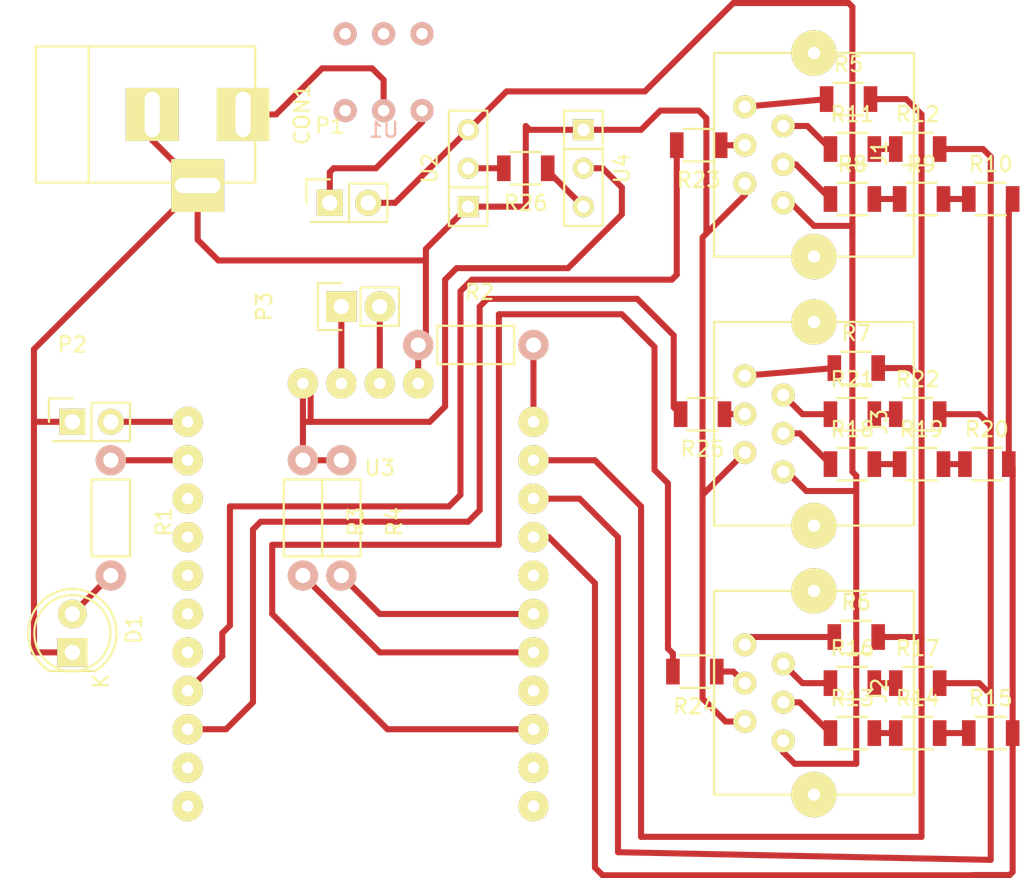
<source format=kicad_pcb>
(kicad_pcb (version 4) (host pcbnew 4.0.2+dfsg1-stable)

  (general
    (links 62)
    (no_connects 0)
    (area 121.938 91.293999 190.131001 149.752002)
    (thickness 1.6)
    (drawings 0)
    (tracks 203)
    (zones 0)
    (modules 38)
    (nets 64)
  )

  (page A4)
  (layers
    (0 F.Cu signal)
    (31 B.Cu signal)
    (32 B.Adhes user)
    (33 F.Adhes user)
    (34 B.Paste user)
    (35 F.Paste user)
    (36 B.SilkS user)
    (37 F.SilkS user)
    (38 B.Mask user)
    (39 F.Mask user)
    (40 Dwgs.User user)
    (41 Cmts.User user)
    (42 Eco1.User user)
    (43 Eco2.User user)
    (44 Edge.Cuts user)
    (45 Margin user)
    (46 B.CrtYd user)
    (47 F.CrtYd user)
    (48 B.Fab user)
    (49 F.Fab user)
  )

  (setup
    (last_trace_width 0.4)
    (user_trace_width 0.2)
    (trace_clearance 0.2)
    (zone_clearance 0.508)
    (zone_45_only no)
    (trace_min 0.2)
    (segment_width 0.2)
    (edge_width 0.15)
    (via_size 0.6)
    (via_drill 0.4)
    (via_min_size 0.4)
    (via_min_drill 0.3)
    (uvia_size 0.3)
    (uvia_drill 0.1)
    (uvias_allowed no)
    (uvia_min_size 0.2)
    (uvia_min_drill 0.1)
    (pcb_text_width 0.3)
    (pcb_text_size 1.5 1.5)
    (mod_edge_width 0.15)
    (mod_text_size 1 1)
    (mod_text_width 0.15)
    (pad_size 1.524 1.524)
    (pad_drill 0.762)
    (pad_to_mask_clearance 0.2)
    (aux_axis_origin 0 0)
    (visible_elements FFFFFF7F)
    (pcbplotparams
      (layerselection 0x00000_00000001)
      (usegerberextensions false)
      (excludeedgelayer true)
      (linewidth 0.100000)
      (plotframeref false)
      (viasonmask false)
      (mode 1)
      (useauxorigin false)
      (hpglpennumber 1)
      (hpglpenspeed 20)
      (hpglpendiameter 15)
      (hpglpenoverlay 2)
      (psnegative false)
      (psa4output false)
      (plotreference true)
      (plotvalue true)
      (plotinvisibletext false)
      (padsonsilk false)
      (subtractmaskfromsilk false)
      (outputformat 1)
      (mirror false)
      (drillshape 0)
      (scaleselection 1)
      (outputdirectory ""))
  )

  (net 0 "")
  (net 1 "Net-(CON1-Pad1)")
  (net 2 "Net-(CON1-Pad2)")
  (net 3 "Net-(D1-Pad2)")
  (net 4 "Net-(J1-Pad4)")
  (net 5 "Net-(J1-Pad6)")
  (net 6 "Net-(J1-Pad1)")
  (net 7 "Net-(J1-Pad3)")
  (net 8 "Net-(J1-Pad5)")
  (net 9 "Net-(J1-Pad8)")
  (net 10 "Net-(J1-Pad7)")
  (net 11 "Net-(J2-Pad4)")
  (net 12 "Net-(J2-Pad8)")
  (net 13 "Net-(J2-Pad7)")
  (net 14 "Net-(J3-Pad4)")
  (net 15 "Net-(J3-Pad8)")
  (net 16 "Net-(J3-Pad7)")
  (net 17 "Net-(P1-Pad1)")
  (net 18 "Net-(P2-Pad2)")
  (net 19 "Net-(P3-Pad1)")
  (net 20 "Net-(P3-Pad2)")
  (net 21 "Net-(R1-Pad1)")
  (net 22 "Net-(R2-Pad2)")
  (net 23 "Net-(R3-Pad1)")
  (net 24 "Net-(R3-Pad2)")
  (net 25 "Net-(R4-Pad2)")
  (net 26 "Net-(U1-Pad1)")
  (net 27 "Net-(U1-Pad4)")
  (net 28 "Net-(U1-Pad5)")
  (net 29 "Net-(U1-Pad6)")
  (net 30 "Net-(U3-Pad7)")
  (net 31 "Net-(U3-Pad8)")
  (net 32 "Net-(U3-Pad9)")
  (net 33 "Net-(U3-Pad10)")
  (net 34 "Net-(U3-Pad11)")
  (net 35 "Net-(U3-Pad14)")
  (net 36 "Net-(U3-Pad15)")
  (net 37 "Net-(U3-Pad16)")
  (net 38 "Net-(U3-Pad17)")
  (net 39 "Net-(U3-Pad19)")
  (net 40 "Net-(U3-Pad22)")
  (net 41 "Net-(J2-Pad6)")
  (net 42 "Net-(J3-Pad6)")
  (net 43 "Net-(R5-Pad2)")
  (net 44 "Net-(J2-Pad5)")
  (net 45 "Net-(J3-Pad5)")
  (net 46 "Net-(R8-Pad2)")
  (net 47 "Net-(R10-Pad1)")
  (net 48 "Net-(R10-Pad2)")
  (net 49 "Net-(R11-Pad2)")
  (net 50 "Net-(R12-Pad2)")
  (net 51 "Net-(R13-Pad2)")
  (net 52 "Net-(R14-Pad2)")
  (net 53 "Net-(R16-Pad2)")
  (net 54 "Net-(R18-Pad2)")
  (net 55 "Net-(R19-Pad2)")
  (net 56 "Net-(R21-Pad2)")
  (net 57 "Net-(J2-Pad3)")
  (net 58 "Net-(J3-Pad3)")
  (net 59 "Net-(R23-Pad2)")
  (net 60 "Net-(R24-Pad2)")
  (net 61 "Net-(R25-Pad2)")
  (net 62 "Net-(R26-Pad1)")
  (net 63 "Net-(R26-Pad2)")

  (net_class Default "This is the default net class."
    (clearance 0.2)
    (trace_width 0.4)
    (via_dia 0.6)
    (via_drill 0.4)
    (uvia_dia 0.3)
    (uvia_drill 0.1)
    (add_net "Net-(CON1-Pad1)")
    (add_net "Net-(CON1-Pad2)")
    (add_net "Net-(D1-Pad2)")
    (add_net "Net-(J1-Pad1)")
    (add_net "Net-(J1-Pad3)")
    (add_net "Net-(J1-Pad4)")
    (add_net "Net-(J1-Pad5)")
    (add_net "Net-(J1-Pad6)")
    (add_net "Net-(J1-Pad7)")
    (add_net "Net-(J1-Pad8)")
    (add_net "Net-(J2-Pad3)")
    (add_net "Net-(J2-Pad4)")
    (add_net "Net-(J2-Pad5)")
    (add_net "Net-(J2-Pad6)")
    (add_net "Net-(J2-Pad7)")
    (add_net "Net-(J2-Pad8)")
    (add_net "Net-(J3-Pad3)")
    (add_net "Net-(J3-Pad4)")
    (add_net "Net-(J3-Pad5)")
    (add_net "Net-(J3-Pad6)")
    (add_net "Net-(J3-Pad7)")
    (add_net "Net-(J3-Pad8)")
    (add_net "Net-(P1-Pad1)")
    (add_net "Net-(P2-Pad2)")
    (add_net "Net-(P3-Pad1)")
    (add_net "Net-(P3-Pad2)")
    (add_net "Net-(R1-Pad1)")
    (add_net "Net-(R10-Pad1)")
    (add_net "Net-(R10-Pad2)")
    (add_net "Net-(R11-Pad2)")
    (add_net "Net-(R12-Pad2)")
    (add_net "Net-(R13-Pad2)")
    (add_net "Net-(R14-Pad2)")
    (add_net "Net-(R16-Pad2)")
    (add_net "Net-(R18-Pad2)")
    (add_net "Net-(R19-Pad2)")
    (add_net "Net-(R2-Pad2)")
    (add_net "Net-(R21-Pad2)")
    (add_net "Net-(R23-Pad2)")
    (add_net "Net-(R24-Pad2)")
    (add_net "Net-(R25-Pad2)")
    (add_net "Net-(R26-Pad1)")
    (add_net "Net-(R26-Pad2)")
    (add_net "Net-(R3-Pad1)")
    (add_net "Net-(R3-Pad2)")
    (add_net "Net-(R4-Pad2)")
    (add_net "Net-(R5-Pad2)")
    (add_net "Net-(R8-Pad2)")
    (add_net "Net-(U1-Pad1)")
    (add_net "Net-(U1-Pad4)")
    (add_net "Net-(U1-Pad5)")
    (add_net "Net-(U1-Pad6)")
    (add_net "Net-(U3-Pad10)")
    (add_net "Net-(U3-Pad11)")
    (add_net "Net-(U3-Pad14)")
    (add_net "Net-(U3-Pad15)")
    (add_net "Net-(U3-Pad16)")
    (add_net "Net-(U3-Pad17)")
    (add_net "Net-(U3-Pad19)")
    (add_net "Net-(U3-Pad22)")
    (add_net "Net-(U3-Pad7)")
    (add_net "Net-(U3-Pad8)")
    (add_net "Net-(U3-Pad9)")
  )

  (module Connect:RJ12_E (layer F.Cu) (tedit 0) (tstamp 57619CB8)
    (at 180.34 101.6 90)
    (path /5761625F)
    (fp_text reference J1 (at 0 0 90) (layer F.SilkS)
      (effects (font (size 1 1) (thickness 0.15)))
    )
    (fp_text value RJ12 (at 0 -2.54 90) (layer F.Fab)
      (effects (font (size 1 1) (thickness 0.15)))
    )
    (fp_line (start -6.858 -10.922) (end -6.858 2.286) (layer F.SilkS) (width 0.15))
    (fp_line (start 6.604 -10.922) (end 6.604 2.286) (layer F.SilkS) (width 0.15))
    (fp_line (start -6.858 2.286) (end 6.604 2.286) (layer F.SilkS) (width 0.15))
    (fp_line (start 5.842 -10.922) (end 6.604 -10.922) (layer F.SilkS) (width 0.15))
    (fp_line (start -6.858 -10.922) (end 5.842 -10.922) (layer F.SilkS) (width 0.15))
    (pad 4 thru_hole circle (at 0.508 -8.89 90) (size 1.524 1.524) (drill 0.8128) (layers *.Cu *.Mask F.SilkS)
      (net 4 "Net-(J1-Pad4)"))
    (pad 2 thru_hole circle (at -2.032 -8.89 90) (size 1.524 1.524) (drill 0.8128) (layers *.Cu *.Mask F.SilkS)
      (net 2 "Net-(CON1-Pad2)"))
    (pad 6 thru_hole circle (at 3.048 -8.89 90) (size 1.524 1.524) (drill 0.8128) (layers *.Cu *.Mask F.SilkS)
      (net 5 "Net-(J1-Pad6)"))
    (pad 1 thru_hole circle (at -3.302 -6.35 90) (size 1.524 1.524) (drill 0.8128) (layers *.Cu *.Mask F.SilkS)
      (net 6 "Net-(J1-Pad1)"))
    (pad 3 thru_hole circle (at -0.762 -6.35 90) (size 1.524 1.524) (drill 0.8128) (layers *.Cu *.Mask F.SilkS)
      (net 7 "Net-(J1-Pad3)"))
    (pad 5 thru_hole circle (at 1.778 -6.35 90) (size 1.524 1.524) (drill 0.8128) (layers *.Cu *.Mask F.SilkS)
      (net 8 "Net-(J1-Pad5)"))
    (pad 8 thru_hole circle (at 6.604 -4.318 90) (size 2.99974 2.99974) (drill 0.8128) (layers *.Cu *.Mask F.SilkS)
      (net 9 "Net-(J1-Pad8)"))
    (pad 7 thru_hole circle (at -6.858 -4.318 90) (size 2.99974 2.99974) (drill 0.8128) (layers *.Cu *.Mask F.SilkS)
      (net 10 "Net-(J1-Pad7)"))
  )

  (module Resistors_ThroughHole:Resistor_Horizontal_RM7mm (layer F.Cu) (tedit 57615DFA) (tstamp 57662035)
    (at 149.86 114.3)
    (descr "Resistor, Axial,  RM 7.62mm, 1/3W,")
    (tags "Resistor Axial RM 7.62mm 1/3W R3")
    (path /57614FAF)
    (fp_text reference R2 (at 4.05892 -3.50012) (layer F.SilkS)
      (effects (font (size 1 1) (thickness 0.15)))
    )
    (fp_text value 10K (at 3.81 3.81) (layer F.Fab)
      (effects (font (size 1 1) (thickness 0.15)))
    )
    (fp_line (start -1.25 -1.5) (end 8.85 -1.5) (layer F.CrtYd) (width 0.05))
    (fp_line (start -1.25 1.5) (end -1.25 -1.5) (layer F.CrtYd) (width 0.05))
    (fp_line (start 8.85 -1.5) (end 8.85 1.5) (layer F.CrtYd) (width 0.05))
    (fp_line (start -1.25 1.5) (end 8.85 1.5) (layer F.CrtYd) (width 0.05))
    (fp_line (start 1.27 -1.27) (end 6.35 -1.27) (layer F.SilkS) (width 0.15))
    (fp_line (start 6.35 -1.27) (end 6.35 1.27) (layer F.SilkS) (width 0.15))
    (fp_line (start 6.35 1.27) (end 1.27 1.27) (layer F.SilkS) (width 0.15))
    (fp_line (start 1.27 1.27) (end 1.27 -1.27) (layer F.SilkS) (width 0.15))
    (pad 1 thru_hole circle (at 0 0) (size 1.99898 1.99898) (drill 1.00076) (layers *.Cu *.SilkS *.Mask)
      (net 2 "Net-(CON1-Pad2)"))
    (pad 2 thru_hole circle (at 7.62 0) (size 1.99898 1.99898) (drill 1.00076) (layers *.Cu *.SilkS *.Mask)
      (net 22 "Net-(R2-Pad2)"))
  )

  (module bugs:ESP201 (layer F.Cu) (tedit 5727C3F6) (tstamp 57619D29)
    (at 147.32 121.92)
    (path /57614FB7)
    (fp_text reference U3 (at 0 0.5) (layer F.SilkS)
      (effects (font (size 1 1) (thickness 0.15)))
    )
    (fp_text value ESP-201 (at 0 -0.5) (layer F.Fab)
      (effects (font (size 1 1) (thickness 0.15)))
    )
    (pad 1 thru_hole circle (at -5.08 -5.08) (size 2 2) (drill 0.762) (layers *.Cu *.Mask F.SilkS)
      (net 23 "Net-(R3-Pad1)"))
    (pad 2 thru_hole circle (at -2.54 -5.08) (size 2 2) (drill 0.762) (layers *.Cu *.Mask F.SilkS)
      (net 19 "Net-(P3-Pad1)"))
    (pad 3 thru_hole circle (at 0 -5.08) (size 2 2) (drill 0.762) (layers *.Cu *.Mask F.SilkS)
      (net 20 "Net-(P3-Pad2)"))
    (pad 4 thru_hole circle (at 2.54 -5.08) (size 2 2) (drill 0.762) (layers *.Cu *.Mask F.SilkS)
      (net 2 "Net-(CON1-Pad2)"))
    (pad 5 thru_hole circle (at -12.7 -2.54) (size 2 2) (drill 0.762) (layers *.Cu *.Mask F.SilkS)
      (net 18 "Net-(P2-Pad2)"))
    (pad 6 thru_hole circle (at -12.7 0) (size 2 2) (drill 0.762) (layers *.Cu *.Mask F.SilkS)
      (net 21 "Net-(R1-Pad1)"))
    (pad 7 thru_hole circle (at -12.7 2.54) (size 2 2) (drill 0.762) (layers *.Cu *.Mask F.SilkS)
      (net 30 "Net-(U3-Pad7)"))
    (pad 8 thru_hole circle (at -12.7 5.08) (size 2 2) (drill 0.762) (layers *.Cu *.Mask F.SilkS)
      (net 31 "Net-(U3-Pad8)"))
    (pad 9 thru_hole circle (at -12.7 7.62) (size 2 2) (drill 0.762) (layers *.Cu *.Mask F.SilkS)
      (net 32 "Net-(U3-Pad9)"))
    (pad 10 thru_hole circle (at -12.7 10.16) (size 2 2) (drill 0.762) (layers *.Cu *.Mask F.SilkS)
      (net 33 "Net-(U3-Pad10)"))
    (pad 11 thru_hole circle (at -12.7 12.7) (size 2 2) (drill 0.762) (layers *.Cu *.Mask F.SilkS)
      (net 34 "Net-(U3-Pad11)"))
    (pad 12 thru_hole circle (at -12.7 15.24) (size 2 2) (drill 0.762) (layers *.Cu *.Mask F.SilkS)
      (net 59 "Net-(R23-Pad2)"))
    (pad 13 thru_hole circle (at -12.7 17.78) (size 2 2) (drill 0.762) (layers *.Cu *.Mask F.SilkS)
      (net 61 "Net-(R25-Pad2)"))
    (pad 14 thru_hole circle (at -12.7 20.32) (size 2 2) (drill 0.762) (layers *.Cu *.Mask F.SilkS)
      (net 35 "Net-(U3-Pad14)"))
    (pad 15 thru_hole circle (at -12.7 22.86) (size 2 2) (drill 0.762) (layers *.Cu *.Mask F.SilkS)
      (net 36 "Net-(U3-Pad15)"))
    (pad 16 thru_hole circle (at 10.16 22.86) (size 2 2) (drill 0.762) (layers *.Cu *.Mask F.SilkS)
      (net 37 "Net-(U3-Pad16)"))
    (pad 17 thru_hole circle (at 10.16 20.32) (size 2 2) (drill 0.762) (layers *.Cu *.Mask F.SilkS)
      (net 38 "Net-(U3-Pad17)"))
    (pad 18 thru_hole circle (at 10.16 17.78) (size 2 2) (drill 0.762) (layers *.Cu *.Mask F.SilkS)
      (net 60 "Net-(R24-Pad2)"))
    (pad 19 thru_hole circle (at 10.16 15.24) (size 2 2) (drill 0.762) (layers *.Cu *.Mask F.SilkS)
      (net 39 "Net-(U3-Pad19)"))
    (pad 20 thru_hole circle (at 10.16 12.7) (size 2 2) (drill 0.762) (layers *.Cu *.Mask F.SilkS)
      (net 24 "Net-(R3-Pad2)"))
    (pad 21 thru_hole circle (at 10.16 10.16) (size 2 2) (drill 0.762) (layers *.Cu *.Mask F.SilkS)
      (net 25 "Net-(R4-Pad2)"))
    (pad 22 thru_hole circle (at 10.16 7.62) (size 2 2) (drill 0.762) (layers *.Cu *.Mask F.SilkS)
      (net 40 "Net-(U3-Pad22)"))
    (pad 23 thru_hole circle (at 10.16 5.08) (size 2 2) (drill 0.762) (layers *.Cu *.Mask F.SilkS)
      (net 48 "Net-(R10-Pad2)"))
    (pad 24 thru_hole circle (at 10.16 2.54) (size 2 2) (drill 0.762) (layers *.Cu *.Mask F.SilkS)
      (net 50 "Net-(R12-Pad2)"))
    (pad 25 thru_hole circle (at 10.16 0) (size 2 2) (drill 0.762) (layers *.Cu *.Mask F.SilkS)
      (net 43 "Net-(R5-Pad2)"))
    (pad 26 thru_hole circle (at 10.16 -2.54) (size 2 2) (drill 0.762) (layers *.Cu *.Mask F.SilkS)
      (net 22 "Net-(R2-Pad2)"))
  )

  (module Connect:BARREL_JACK (layer F.Cu) (tedit 0) (tstamp 57619CA6)
    (at 132.08 99.06)
    (descr "DC Barrel Jack")
    (tags "Power Jack")
    (path /576155CA)
    (fp_text reference CON1 (at 10.09904 0 90) (layer F.SilkS)
      (effects (font (size 1 1) (thickness 0.15)))
    )
    (fp_text value BARREL_JACK (at 0 -5.99948) (layer F.Fab)
      (effects (font (size 1 1) (thickness 0.15)))
    )
    (fp_line (start -4.0005 -4.50088) (end -4.0005 4.50088) (layer F.SilkS) (width 0.15))
    (fp_line (start -7.50062 -4.50088) (end -7.50062 4.50088) (layer F.SilkS) (width 0.15))
    (fp_line (start -7.50062 4.50088) (end 7.00024 4.50088) (layer F.SilkS) (width 0.15))
    (fp_line (start 7.00024 4.50088) (end 7.00024 -4.50088) (layer F.SilkS) (width 0.15))
    (fp_line (start 7.00024 -4.50088) (end -7.50062 -4.50088) (layer F.SilkS) (width 0.15))
    (pad 1 thru_hole rect (at 6.20014 0) (size 3.50012 3.50012) (drill oval 1.00076 2.99974) (layers *.Cu *.Mask F.SilkS)
      (net 1 "Net-(CON1-Pad1)"))
    (pad 2 thru_hole rect (at 0.20066 0) (size 3.50012 3.50012) (drill oval 1.00076 2.99974) (layers *.Cu *.Mask F.SilkS)
      (net 2 "Net-(CON1-Pad2)"))
    (pad 3 thru_hole rect (at 3.2004 4.699) (size 3.50012 3.50012) (drill oval 2.99974 1.00076) (layers *.Cu *.Mask F.SilkS)
      (net 2 "Net-(CON1-Pad2)"))
  )

  (module LEDs:LED-5MM (layer F.Cu) (tedit 5570F7EA) (tstamp 57619CAC)
    (at 127 134.62 90)
    (descr "LED 5mm round vertical")
    (tags "LED 5mm round vertical")
    (path /57614FB3)
    (fp_text reference D1 (at 1.524 4.064 90) (layer F.SilkS)
      (effects (font (size 1 1) (thickness 0.15)))
    )
    (fp_text value LED (at 1.524 -3.937 90) (layer F.Fab)
      (effects (font (size 1 1) (thickness 0.15)))
    )
    (fp_line (start -1.5 -1.55) (end -1.5 1.55) (layer F.CrtYd) (width 0.05))
    (fp_arc (start 1.3 0) (end -1.5 1.55) (angle -302) (layer F.CrtYd) (width 0.05))
    (fp_arc (start 1.27 0) (end -1.23 -1.5) (angle 297.5) (layer F.SilkS) (width 0.15))
    (fp_line (start -1.23 1.5) (end -1.23 -1.5) (layer F.SilkS) (width 0.15))
    (fp_circle (center 1.27 0) (end 0.97 -2.5) (layer F.SilkS) (width 0.15))
    (fp_text user K (at -1.905 1.905 90) (layer F.SilkS)
      (effects (font (size 1 1) (thickness 0.15)))
    )
    (pad 1 thru_hole rect (at 0 0 180) (size 2 1.9) (drill 1.00076) (layers *.Cu *.Mask F.SilkS)
      (net 2 "Net-(CON1-Pad2)"))
    (pad 2 thru_hole circle (at 2.54 0 90) (size 1.9 1.9) (drill 1.00076) (layers *.Cu *.Mask F.SilkS)
      (net 3 "Net-(D1-Pad2)"))
    (model LEDs.3dshapes/LED-5MM.wrl
      (at (xyz 0.05 0 0))
      (scale (xyz 1 1 1))
      (rotate (xyz 0 0 90))
    )
  )

  (module Connect:RJ12_E (layer F.Cu) (tedit 0) (tstamp 57619CC4)
    (at 180.34 137.16 90)
    (path /57616534)
    (fp_text reference J2 (at 0 0 90) (layer F.SilkS)
      (effects (font (size 1 1) (thickness 0.15)))
    )
    (fp_text value RJ12 (at 0 -2.54 90) (layer F.Fab)
      (effects (font (size 1 1) (thickness 0.15)))
    )
    (fp_line (start -6.858 -10.922) (end -6.858 2.286) (layer F.SilkS) (width 0.15))
    (fp_line (start 6.604 -10.922) (end 6.604 2.286) (layer F.SilkS) (width 0.15))
    (fp_line (start -6.858 2.286) (end 6.604 2.286) (layer F.SilkS) (width 0.15))
    (fp_line (start 5.842 -10.922) (end 6.604 -10.922) (layer F.SilkS) (width 0.15))
    (fp_line (start -6.858 -10.922) (end 5.842 -10.922) (layer F.SilkS) (width 0.15))
    (pad 4 thru_hole circle (at 0.508 -8.89 90) (size 1.524 1.524) (drill 0.8128) (layers *.Cu *.Mask F.SilkS)
      (net 11 "Net-(J2-Pad4)"))
    (pad 2 thru_hole circle (at -2.032 -8.89 90) (size 1.524 1.524) (drill 0.8128) (layers *.Cu *.Mask F.SilkS)
      (net 2 "Net-(CON1-Pad2)"))
    (pad 6 thru_hole circle (at 3.048 -8.89 90) (size 1.524 1.524) (drill 0.8128) (layers *.Cu *.Mask F.SilkS)
      (net 41 "Net-(J2-Pad6)"))
    (pad 1 thru_hole circle (at -3.302 -6.35 90) (size 1.524 1.524) (drill 0.8128) (layers *.Cu *.Mask F.SilkS)
      (net 6 "Net-(J1-Pad1)"))
    (pad 3 thru_hole circle (at -0.762 -6.35 90) (size 1.524 1.524) (drill 0.8128) (layers *.Cu *.Mask F.SilkS)
      (net 57 "Net-(J2-Pad3)"))
    (pad 5 thru_hole circle (at 1.778 -6.35 90) (size 1.524 1.524) (drill 0.8128) (layers *.Cu *.Mask F.SilkS)
      (net 44 "Net-(J2-Pad5)"))
    (pad 8 thru_hole circle (at 6.604 -4.318 90) (size 2.99974 2.99974) (drill 0.8128) (layers *.Cu *.Mask F.SilkS)
      (net 12 "Net-(J2-Pad8)"))
    (pad 7 thru_hole circle (at -6.858 -4.318 90) (size 2.99974 2.99974) (drill 0.8128) (layers *.Cu *.Mask F.SilkS)
      (net 13 "Net-(J2-Pad7)"))
  )

  (module Connect:RJ12_E (layer F.Cu) (tedit 0) (tstamp 57619CD0)
    (at 180.34 119.38 90)
    (path /57616CC9)
    (fp_text reference J3 (at 0 0 90) (layer F.SilkS)
      (effects (font (size 1 1) (thickness 0.15)))
    )
    (fp_text value RJ12 (at 0 -2.54 90) (layer F.Fab)
      (effects (font (size 1 1) (thickness 0.15)))
    )
    (fp_line (start -6.858 -10.922) (end -6.858 2.286) (layer F.SilkS) (width 0.15))
    (fp_line (start 6.604 -10.922) (end 6.604 2.286) (layer F.SilkS) (width 0.15))
    (fp_line (start -6.858 2.286) (end 6.604 2.286) (layer F.SilkS) (width 0.15))
    (fp_line (start 5.842 -10.922) (end 6.604 -10.922) (layer F.SilkS) (width 0.15))
    (fp_line (start -6.858 -10.922) (end 5.842 -10.922) (layer F.SilkS) (width 0.15))
    (pad 4 thru_hole circle (at 0.508 -8.89 90) (size 1.524 1.524) (drill 0.8128) (layers *.Cu *.Mask F.SilkS)
      (net 14 "Net-(J3-Pad4)"))
    (pad 2 thru_hole circle (at -2.032 -8.89 90) (size 1.524 1.524) (drill 0.8128) (layers *.Cu *.Mask F.SilkS)
      (net 2 "Net-(CON1-Pad2)"))
    (pad 6 thru_hole circle (at 3.048 -8.89 90) (size 1.524 1.524) (drill 0.8128) (layers *.Cu *.Mask F.SilkS)
      (net 42 "Net-(J3-Pad6)"))
    (pad 1 thru_hole circle (at -3.302 -6.35 90) (size 1.524 1.524) (drill 0.8128) (layers *.Cu *.Mask F.SilkS)
      (net 6 "Net-(J1-Pad1)"))
    (pad 3 thru_hole circle (at -0.762 -6.35 90) (size 1.524 1.524) (drill 0.8128) (layers *.Cu *.Mask F.SilkS)
      (net 58 "Net-(J3-Pad3)"))
    (pad 5 thru_hole circle (at 1.778 -6.35 90) (size 1.524 1.524) (drill 0.8128) (layers *.Cu *.Mask F.SilkS)
      (net 45 "Net-(J3-Pad5)"))
    (pad 8 thru_hole circle (at 6.604 -4.318 90) (size 2.99974 2.99974) (drill 0.8128) (layers *.Cu *.Mask F.SilkS)
      (net 15 "Net-(J3-Pad8)"))
    (pad 7 thru_hole circle (at -6.858 -4.318 90) (size 2.99974 2.99974) (drill 0.8128) (layers *.Cu *.Mask F.SilkS)
      (net 16 "Net-(J3-Pad7)"))
  )

  (module Pin_Headers:Pin_Header_Straight_2x01 (layer F.Cu) (tedit 0) (tstamp 57619CD6)
    (at 144.018 104.902)
    (descr "Through hole pin header")
    (tags "pin header")
    (path /576157E4)
    (fp_text reference P1 (at 0 -5.1) (layer F.SilkS)
      (effects (font (size 1 1) (thickness 0.15)))
    )
    (fp_text value ON/OFF (at 0 -3.1) (layer F.Fab)
      (effects (font (size 1 1) (thickness 0.15)))
    )
    (fp_line (start -1.75 -1.75) (end -1.75 1.75) (layer F.CrtYd) (width 0.05))
    (fp_line (start 4.3 -1.75) (end 4.3 1.75) (layer F.CrtYd) (width 0.05))
    (fp_line (start -1.75 -1.75) (end 4.3 -1.75) (layer F.CrtYd) (width 0.05))
    (fp_line (start -1.75 1.75) (end 4.3 1.75) (layer F.CrtYd) (width 0.05))
    (fp_line (start -1.55 0) (end -1.55 -1.55) (layer F.SilkS) (width 0.15))
    (fp_line (start 0 -1.55) (end -1.55 -1.55) (layer F.SilkS) (width 0.15))
    (fp_line (start -1.27 1.27) (end 1.27 1.27) (layer F.SilkS) (width 0.15))
    (fp_line (start 3.81 -1.27) (end 1.27 -1.27) (layer F.SilkS) (width 0.15))
    (fp_line (start 1.27 -1.27) (end 1.27 1.27) (layer F.SilkS) (width 0.15))
    (fp_line (start 1.27 1.27) (end 3.81 1.27) (layer F.SilkS) (width 0.15))
    (fp_line (start 3.81 1.27) (end 3.81 -1.27) (layer F.SilkS) (width 0.15))
    (pad 1 thru_hole rect (at 0 0) (size 1.7272 1.7272) (drill 1.016) (layers *.Cu *.Mask F.SilkS)
      (net 17 "Net-(P1-Pad1)"))
    (pad 2 thru_hole oval (at 2.54 0) (size 1.7272 1.7272) (drill 1.016) (layers *.Cu *.Mask F.SilkS)
      (net 6 "Net-(J1-Pad1)"))
    (model Pin_Headers.3dshapes/Pin_Header_Straight_2x01.wrl
      (at (xyz 0.05 0 0))
      (scale (xyz 1 1 1))
      (rotate (xyz 0 0 90))
    )
  )

  (module Pin_Headers:Pin_Header_Straight_2x01 (layer F.Cu) (tedit 0) (tstamp 57619CDC)
    (at 127 119.38)
    (descr "Through hole pin header")
    (tags "pin header")
    (path /57615E04)
    (fp_text reference P2 (at 0 -5.1) (layer F.SilkS)
      (effects (font (size 1 1) (thickness 0.15)))
    )
    (fp_text value FW (at 0 -3.1) (layer F.Fab)
      (effects (font (size 1 1) (thickness 0.15)))
    )
    (fp_line (start -1.75 -1.75) (end -1.75 1.75) (layer F.CrtYd) (width 0.05))
    (fp_line (start 4.3 -1.75) (end 4.3 1.75) (layer F.CrtYd) (width 0.05))
    (fp_line (start -1.75 -1.75) (end 4.3 -1.75) (layer F.CrtYd) (width 0.05))
    (fp_line (start -1.75 1.75) (end 4.3 1.75) (layer F.CrtYd) (width 0.05))
    (fp_line (start -1.55 0) (end -1.55 -1.55) (layer F.SilkS) (width 0.15))
    (fp_line (start 0 -1.55) (end -1.55 -1.55) (layer F.SilkS) (width 0.15))
    (fp_line (start -1.27 1.27) (end 1.27 1.27) (layer F.SilkS) (width 0.15))
    (fp_line (start 3.81 -1.27) (end 1.27 -1.27) (layer F.SilkS) (width 0.15))
    (fp_line (start 1.27 -1.27) (end 1.27 1.27) (layer F.SilkS) (width 0.15))
    (fp_line (start 1.27 1.27) (end 3.81 1.27) (layer F.SilkS) (width 0.15))
    (fp_line (start 3.81 1.27) (end 3.81 -1.27) (layer F.SilkS) (width 0.15))
    (pad 1 thru_hole rect (at 0 0) (size 1.7272 1.7272) (drill 1.016) (layers *.Cu *.Mask F.SilkS)
      (net 2 "Net-(CON1-Pad2)"))
    (pad 2 thru_hole oval (at 2.54 0) (size 1.7272 1.7272) (drill 1.016) (layers *.Cu *.Mask F.SilkS)
      (net 18 "Net-(P2-Pad2)"))
    (model Pin_Headers.3dshapes/Pin_Header_Straight_2x01.wrl
      (at (xyz 0.05 0 0))
      (scale (xyz 1 1 1))
      (rotate (xyz 0 0 90))
    )
  )

  (module Pin_Headers:Pin_Header_Straight_1x02 (layer F.Cu) (tedit 54EA090C) (tstamp 57619CE2)
    (at 144.78 111.76 90)
    (descr "Through hole pin header")
    (tags "pin header")
    (path /576151F9)
    (fp_text reference P3 (at 0 -5.1 90) (layer F.SilkS)
      (effects (font (size 1 1) (thickness 0.15)))
    )
    (fp_text value RXTX (at 0 -3.1 90) (layer F.Fab)
      (effects (font (size 1 1) (thickness 0.15)))
    )
    (fp_line (start 1.27 1.27) (end 1.27 3.81) (layer F.SilkS) (width 0.15))
    (fp_line (start 1.55 -1.55) (end 1.55 0) (layer F.SilkS) (width 0.15))
    (fp_line (start -1.75 -1.75) (end -1.75 4.3) (layer F.CrtYd) (width 0.05))
    (fp_line (start 1.75 -1.75) (end 1.75 4.3) (layer F.CrtYd) (width 0.05))
    (fp_line (start -1.75 -1.75) (end 1.75 -1.75) (layer F.CrtYd) (width 0.05))
    (fp_line (start -1.75 4.3) (end 1.75 4.3) (layer F.CrtYd) (width 0.05))
    (fp_line (start 1.27 1.27) (end -1.27 1.27) (layer F.SilkS) (width 0.15))
    (fp_line (start -1.55 0) (end -1.55 -1.55) (layer F.SilkS) (width 0.15))
    (fp_line (start -1.55 -1.55) (end 1.55 -1.55) (layer F.SilkS) (width 0.15))
    (fp_line (start -1.27 1.27) (end -1.27 3.81) (layer F.SilkS) (width 0.15))
    (fp_line (start -1.27 3.81) (end 1.27 3.81) (layer F.SilkS) (width 0.15))
    (pad 1 thru_hole rect (at 0 0 90) (size 2.032 2.032) (drill 1.016) (layers *.Cu *.Mask F.SilkS)
      (net 19 "Net-(P3-Pad1)"))
    (pad 2 thru_hole oval (at 0 2.54 90) (size 2.032 2.032) (drill 1.016) (layers *.Cu *.Mask F.SilkS)
      (net 20 "Net-(P3-Pad2)"))
    (model Pin_Headers.3dshapes/Pin_Header_Straight_1x02.wrl
      (at (xyz 0 -0.05 0))
      (scale (xyz 1 1 1))
      (rotate (xyz 0 0 90))
    )
  )

  (module Resistors_ThroughHole:Resistor_Horizontal_RM7mm (layer F.Cu) (tedit 569FCF07) (tstamp 57619CE8)
    (at 129.54 121.92 270)
    (descr "Resistor, Axial,  RM 7.62mm, 1/3W,")
    (tags "Resistor Axial RM 7.62mm 1/3W R3")
    (path /57614FB6)
    (fp_text reference R1 (at 4.05892 -3.50012 270) (layer F.SilkS)
      (effects (font (size 1 1) (thickness 0.15)))
    )
    (fp_text value 1k (at 3.81 3.81 270) (layer F.Fab)
      (effects (font (size 1 1) (thickness 0.15)))
    )
    (fp_line (start -1.25 -1.5) (end 8.85 -1.5) (layer F.CrtYd) (width 0.05))
    (fp_line (start -1.25 1.5) (end -1.25 -1.5) (layer F.CrtYd) (width 0.05))
    (fp_line (start 8.85 -1.5) (end 8.85 1.5) (layer F.CrtYd) (width 0.05))
    (fp_line (start -1.25 1.5) (end 8.85 1.5) (layer F.CrtYd) (width 0.05))
    (fp_line (start 1.27 -1.27) (end 6.35 -1.27) (layer F.SilkS) (width 0.15))
    (fp_line (start 6.35 -1.27) (end 6.35 1.27) (layer F.SilkS) (width 0.15))
    (fp_line (start 6.35 1.27) (end 1.27 1.27) (layer F.SilkS) (width 0.15))
    (fp_line (start 1.27 1.27) (end 1.27 -1.27) (layer F.SilkS) (width 0.15))
    (pad 1 thru_hole circle (at 0 0 270) (size 1.99898 1.99898) (drill 1.00076) (layers *.Cu *.SilkS *.Mask)
      (net 21 "Net-(R1-Pad1)"))
    (pad 2 thru_hole circle (at 7.62 0 270) (size 1.99898 1.99898) (drill 1.00076) (layers *.Cu *.SilkS *.Mask)
      (net 3 "Net-(D1-Pad2)"))
  )

  (module bugs:button (layer B.Cu) (tedit 573994E4) (tstamp 57619D04)
    (at 147.574 96.266)
    (path /576156B5)
    (fp_text reference U1 (at 0 3.81) (layer B.SilkS)
      (effects (font (size 1 1) (thickness 0.15)) (justify mirror))
    )
    (fp_text value BUTTON (at 0 0.5) (layer B.Fab)
      (effects (font (size 1 1) (thickness 0.15)) (justify mirror))
    )
    (pad 1 thru_hole circle (at -2.54 2.54) (size 1.524 1.524) (drill 0.762) (layers *.Cu *.Mask B.SilkS)
      (net 26 "Net-(U1-Pad1)"))
    (pad 2 thru_hole circle (at 0 2.54) (size 1.524 1.524) (drill 0.762) (layers *.Cu *.Mask B.SilkS)
      (net 1 "Net-(CON1-Pad1)"))
    (pad 3 thru_hole circle (at 2.54 2.54) (size 1.524 1.524) (drill 0.762) (layers *.Cu *.Mask B.SilkS)
      (net 17 "Net-(P1-Pad1)"))
    (pad 4 thru_hole circle (at -2.54 -2.54) (size 1.524 1.524) (drill 0.762) (layers *.Cu *.Mask B.SilkS)
      (net 27 "Net-(U1-Pad4)"))
    (pad 5 thru_hole circle (at 0 -2.54) (size 1.524 1.524) (drill 0.762) (layers *.Cu *.Mask B.SilkS)
      (net 28 "Net-(U1-Pad5)"))
    (pad 6 thru_hole circle (at 2.54 -2.54) (size 1.524 1.524) (drill 0.762) (layers *.Cu *.Mask B.SilkS)
      (net 29 "Net-(U1-Pad6)"))
  )

  (module Resistors_ThroughHole:Resistor_Horizontal_RM7mm (layer F.Cu) (tedit 569FCF07) (tstamp 57662043)
    (at 142.24 121.92 270)
    (descr "Resistor, Axial,  RM 7.62mm, 1/3W,")
    (tags "Resistor Axial RM 7.62mm 1/3W R3")
    (path /57614FAE)
    (fp_text reference R3 (at 4.05892 -3.50012 270) (layer F.SilkS)
      (effects (font (size 1 1) (thickness 0.15)))
    )
    (fp_text value 10k (at 3.81 3.81 270) (layer F.Fab)
      (effects (font (size 1 1) (thickness 0.15)))
    )
    (fp_line (start -1.25 -1.5) (end 8.85 -1.5) (layer F.CrtYd) (width 0.05))
    (fp_line (start -1.25 1.5) (end -1.25 -1.5) (layer F.CrtYd) (width 0.05))
    (fp_line (start 8.85 -1.5) (end 8.85 1.5) (layer F.CrtYd) (width 0.05))
    (fp_line (start -1.25 1.5) (end 8.85 1.5) (layer F.CrtYd) (width 0.05))
    (fp_line (start 1.27 -1.27) (end 6.35 -1.27) (layer F.SilkS) (width 0.15))
    (fp_line (start 6.35 -1.27) (end 6.35 1.27) (layer F.SilkS) (width 0.15))
    (fp_line (start 6.35 1.27) (end 1.27 1.27) (layer F.SilkS) (width 0.15))
    (fp_line (start 1.27 1.27) (end 1.27 -1.27) (layer F.SilkS) (width 0.15))
    (pad 1 thru_hole circle (at 0 0 270) (size 1.99898 1.99898) (drill 1.00076) (layers *.Cu *.SilkS *.Mask)
      (net 23 "Net-(R3-Pad1)"))
    (pad 2 thru_hole circle (at 7.62 0 270) (size 1.99898 1.99898) (drill 1.00076) (layers *.Cu *.SilkS *.Mask)
      (net 24 "Net-(R3-Pad2)"))
  )

  (module Resistors_ThroughHole:Resistor_Horizontal_RM7mm (layer F.Cu) (tedit 569FCF07) (tstamp 57662051)
    (at 144.78 121.92 270)
    (descr "Resistor, Axial,  RM 7.62mm, 1/3W,")
    (tags "Resistor Axial RM 7.62mm 1/3W R3")
    (path /57614FB0)
    (fp_text reference R4 (at 4.05892 -3.50012 270) (layer F.SilkS)
      (effects (font (size 1 1) (thickness 0.15)))
    )
    (fp_text value 10k (at 3.81 3.81 270) (layer F.Fab)
      (effects (font (size 1 1) (thickness 0.15)))
    )
    (fp_line (start -1.25 -1.5) (end 8.85 -1.5) (layer F.CrtYd) (width 0.05))
    (fp_line (start -1.25 1.5) (end -1.25 -1.5) (layer F.CrtYd) (width 0.05))
    (fp_line (start 8.85 -1.5) (end 8.85 1.5) (layer F.CrtYd) (width 0.05))
    (fp_line (start -1.25 1.5) (end 8.85 1.5) (layer F.CrtYd) (width 0.05))
    (fp_line (start 1.27 -1.27) (end 6.35 -1.27) (layer F.SilkS) (width 0.15))
    (fp_line (start 6.35 -1.27) (end 6.35 1.27) (layer F.SilkS) (width 0.15))
    (fp_line (start 6.35 1.27) (end 1.27 1.27) (layer F.SilkS) (width 0.15))
    (fp_line (start 1.27 1.27) (end 1.27 -1.27) (layer F.SilkS) (width 0.15))
    (pad 1 thru_hole circle (at 0 0 270) (size 1.99898 1.99898) (drill 1.00076) (layers *.Cu *.SilkS *.Mask)
      (net 23 "Net-(R3-Pad1)"))
    (pad 2 thru_hole circle (at 7.62 0 270) (size 1.99898 1.99898) (drill 1.00076) (layers *.Cu *.SilkS *.Mask)
      (net 25 "Net-(R4-Pad2)"))
  )

  (module Resistors_SMD:R_1206 (layer F.Cu) (tedit 5415CFA7) (tstamp 5769410C)
    (at 178.308 98.044)
    (descr "Resistor SMD 1206, reflow soldering, Vishay (see dcrcw.pdf)")
    (tags "resistor 1206")
    (path /57616080)
    (attr smd)
    (fp_text reference R5 (at 0 -2.3) (layer F.SilkS)
      (effects (font (size 1 1) (thickness 0.15)))
    )
    (fp_text value 0 (at 0 2.3) (layer F.Fab)
      (effects (font (size 1 1) (thickness 0.15)))
    )
    (fp_line (start -2.2 -1.2) (end 2.2 -1.2) (layer F.CrtYd) (width 0.05))
    (fp_line (start -2.2 1.2) (end 2.2 1.2) (layer F.CrtYd) (width 0.05))
    (fp_line (start -2.2 -1.2) (end -2.2 1.2) (layer F.CrtYd) (width 0.05))
    (fp_line (start 2.2 -1.2) (end 2.2 1.2) (layer F.CrtYd) (width 0.05))
    (fp_line (start 1 1.075) (end -1 1.075) (layer F.SilkS) (width 0.15))
    (fp_line (start -1 -1.075) (end 1 -1.075) (layer F.SilkS) (width 0.15))
    (pad 1 smd rect (at -1.45 0) (size 0.9 1.7) (layers F.Cu F.Paste F.Mask)
      (net 5 "Net-(J1-Pad6)"))
    (pad 2 smd rect (at 1.45 0) (size 0.9 1.7) (layers F.Cu F.Paste F.Mask)
      (net 43 "Net-(R5-Pad2)"))
    (model Resistors_SMD.3dshapes/R_1206.wrl
      (at (xyz 0 0 0))
      (scale (xyz 1 1 1))
      (rotate (xyz 0 0 0))
    )
  )

  (module Resistors_SMD:R_1206 (layer F.Cu) (tedit 5415CFA7) (tstamp 57694118)
    (at 178.816 133.604)
    (descr "Resistor SMD 1206, reflow soldering, Vishay (see dcrcw.pdf)")
    (tags "resistor 1206")
    (path /57615F24)
    (attr smd)
    (fp_text reference R6 (at 0 -2.3) (layer F.SilkS)
      (effects (font (size 1 1) (thickness 0.15)))
    )
    (fp_text value 0 (at 0 2.3) (layer F.Fab)
      (effects (font (size 1 1) (thickness 0.15)))
    )
    (fp_line (start -2.2 -1.2) (end 2.2 -1.2) (layer F.CrtYd) (width 0.05))
    (fp_line (start -2.2 1.2) (end 2.2 1.2) (layer F.CrtYd) (width 0.05))
    (fp_line (start -2.2 -1.2) (end -2.2 1.2) (layer F.CrtYd) (width 0.05))
    (fp_line (start 2.2 -1.2) (end 2.2 1.2) (layer F.CrtYd) (width 0.05))
    (fp_line (start 1 1.075) (end -1 1.075) (layer F.SilkS) (width 0.15))
    (fp_line (start -1 -1.075) (end 1 -1.075) (layer F.SilkS) (width 0.15))
    (pad 1 smd rect (at -1.45 0) (size 0.9 1.7) (layers F.Cu F.Paste F.Mask)
      (net 41 "Net-(J2-Pad6)"))
    (pad 2 smd rect (at 1.45 0) (size 0.9 1.7) (layers F.Cu F.Paste F.Mask)
      (net 43 "Net-(R5-Pad2)"))
    (model Resistors_SMD.3dshapes/R_1206.wrl
      (at (xyz 0 0 0))
      (scale (xyz 1 1 1))
      (rotate (xyz 0 0 0))
    )
  )

  (module Resistors_SMD:R_1206 (layer F.Cu) (tedit 5415CFA7) (tstamp 57694124)
    (at 178.816 115.824)
    (descr "Resistor SMD 1206, reflow soldering, Vishay (see dcrcw.pdf)")
    (tags "resistor 1206")
    (path /57615DA9)
    (attr smd)
    (fp_text reference R7 (at 0 -2.3) (layer F.SilkS)
      (effects (font (size 1 1) (thickness 0.15)))
    )
    (fp_text value 0 (at 0 2.3) (layer F.Fab)
      (effects (font (size 1 1) (thickness 0.15)))
    )
    (fp_line (start -2.2 -1.2) (end 2.2 -1.2) (layer F.CrtYd) (width 0.05))
    (fp_line (start -2.2 1.2) (end 2.2 1.2) (layer F.CrtYd) (width 0.05))
    (fp_line (start -2.2 -1.2) (end -2.2 1.2) (layer F.CrtYd) (width 0.05))
    (fp_line (start 2.2 -1.2) (end 2.2 1.2) (layer F.CrtYd) (width 0.05))
    (fp_line (start 1 1.075) (end -1 1.075) (layer F.SilkS) (width 0.15))
    (fp_line (start -1 -1.075) (end 1 -1.075) (layer F.SilkS) (width 0.15))
    (pad 1 smd rect (at -1.45 0) (size 0.9 1.7) (layers F.Cu F.Paste F.Mask)
      (net 42 "Net-(J3-Pad6)"))
    (pad 2 smd rect (at 1.45 0) (size 0.9 1.7) (layers F.Cu F.Paste F.Mask)
      (net 43 "Net-(R5-Pad2)"))
    (model Resistors_SMD.3dshapes/R_1206.wrl
      (at (xyz 0 0 0))
      (scale (xyz 1 1 1))
      (rotate (xyz 0 0 0))
    )
  )

  (module Resistors_SMD:R_1206 (layer F.Cu) (tedit 5415CFA7) (tstamp 576AD338)
    (at 178.562 104.648)
    (descr "Resistor SMD 1206, reflow soldering, Vishay (see dcrcw.pdf)")
    (tags "resistor 1206")
    (path /57617ECB)
    (attr smd)
    (fp_text reference R8 (at 0 -2.3) (layer F.SilkS)
      (effects (font (size 1 1) (thickness 0.15)))
    )
    (fp_text value 0 (at 0 2.3) (layer F.Fab)
      (effects (font (size 1 1) (thickness 0.15)))
    )
    (fp_line (start -2.2 -1.2) (end 2.2 -1.2) (layer F.CrtYd) (width 0.05))
    (fp_line (start -2.2 1.2) (end 2.2 1.2) (layer F.CrtYd) (width 0.05))
    (fp_line (start -2.2 -1.2) (end -2.2 1.2) (layer F.CrtYd) (width 0.05))
    (fp_line (start 2.2 -1.2) (end 2.2 1.2) (layer F.CrtYd) (width 0.05))
    (fp_line (start 1 1.075) (end -1 1.075) (layer F.SilkS) (width 0.15))
    (fp_line (start -1 -1.075) (end 1 -1.075) (layer F.SilkS) (width 0.15))
    (pad 1 smd rect (at -1.45 0) (size 0.9 1.7) (layers F.Cu F.Paste F.Mask)
      (net 7 "Net-(J1-Pad3)"))
    (pad 2 smd rect (at 1.45 0) (size 0.9 1.7) (layers F.Cu F.Paste F.Mask)
      (net 46 "Net-(R8-Pad2)"))
    (model Resistors_SMD.3dshapes/R_1206.wrl
      (at (xyz 0 0 0))
      (scale (xyz 1 1 1))
      (rotate (xyz 0 0 0))
    )
  )

  (module Resistors_SMD:R_1206 (layer F.Cu) (tedit 5415CFA7) (tstamp 576AD344)
    (at 183.134 104.648)
    (descr "Resistor SMD 1206, reflow soldering, Vishay (see dcrcw.pdf)")
    (tags "resistor 1206")
    (path /57617ED1)
    (attr smd)
    (fp_text reference R9 (at 0 -2.3) (layer F.SilkS)
      (effects (font (size 1 1) (thickness 0.15)))
    )
    (fp_text value 0 (at 0 2.3) (layer F.Fab)
      (effects (font (size 1 1) (thickness 0.15)))
    )
    (fp_line (start -2.2 -1.2) (end 2.2 -1.2) (layer F.CrtYd) (width 0.05))
    (fp_line (start -2.2 1.2) (end 2.2 1.2) (layer F.CrtYd) (width 0.05))
    (fp_line (start -2.2 -1.2) (end -2.2 1.2) (layer F.CrtYd) (width 0.05))
    (fp_line (start 2.2 -1.2) (end 2.2 1.2) (layer F.CrtYd) (width 0.05))
    (fp_line (start 1 1.075) (end -1 1.075) (layer F.SilkS) (width 0.15))
    (fp_line (start -1 -1.075) (end 1 -1.075) (layer F.SilkS) (width 0.15))
    (pad 1 smd rect (at -1.45 0) (size 0.9 1.7) (layers F.Cu F.Paste F.Mask)
      (net 46 "Net-(R8-Pad2)"))
    (pad 2 smd rect (at 1.45 0) (size 0.9 1.7) (layers F.Cu F.Paste F.Mask)
      (net 47 "Net-(R10-Pad1)"))
    (model Resistors_SMD.3dshapes/R_1206.wrl
      (at (xyz 0 0 0))
      (scale (xyz 1 1 1))
      (rotate (xyz 0 0 0))
    )
  )

  (module Resistors_SMD:R_1206 (layer F.Cu) (tedit 5415CFA7) (tstamp 576AD350)
    (at 187.706 104.648)
    (descr "Resistor SMD 1206, reflow soldering, Vishay (see dcrcw.pdf)")
    (tags "resistor 1206")
    (path /57617ED7)
    (attr smd)
    (fp_text reference R10 (at 0 -2.3) (layer F.SilkS)
      (effects (font (size 1 1) (thickness 0.15)))
    )
    (fp_text value 0 (at 0 2.3) (layer F.Fab)
      (effects (font (size 1 1) (thickness 0.15)))
    )
    (fp_line (start -2.2 -1.2) (end 2.2 -1.2) (layer F.CrtYd) (width 0.05))
    (fp_line (start -2.2 1.2) (end 2.2 1.2) (layer F.CrtYd) (width 0.05))
    (fp_line (start -2.2 -1.2) (end -2.2 1.2) (layer F.CrtYd) (width 0.05))
    (fp_line (start 2.2 -1.2) (end 2.2 1.2) (layer F.CrtYd) (width 0.05))
    (fp_line (start 1 1.075) (end -1 1.075) (layer F.SilkS) (width 0.15))
    (fp_line (start -1 -1.075) (end 1 -1.075) (layer F.SilkS) (width 0.15))
    (pad 1 smd rect (at -1.45 0) (size 0.9 1.7) (layers F.Cu F.Paste F.Mask)
      (net 47 "Net-(R10-Pad1)"))
    (pad 2 smd rect (at 1.45 0) (size 0.9 1.7) (layers F.Cu F.Paste F.Mask)
      (net 48 "Net-(R10-Pad2)"))
    (model Resistors_SMD.3dshapes/R_1206.wrl
      (at (xyz 0 0 0))
      (scale (xyz 1 1 1))
      (rotate (xyz 0 0 0))
    )
  )

  (module Resistors_SMD:R_1206 (layer F.Cu) (tedit 5415CFA7) (tstamp 576AD35C)
    (at 178.562 101.346)
    (descr "Resistor SMD 1206, reflow soldering, Vishay (see dcrcw.pdf)")
    (tags "resistor 1206")
    (path /57617EC5)
    (attr smd)
    (fp_text reference R11 (at 0 -2.3) (layer F.SilkS)
      (effects (font (size 1 1) (thickness 0.15)))
    )
    (fp_text value 0 (at 0 2.3) (layer F.Fab)
      (effects (font (size 1 1) (thickness 0.15)))
    )
    (fp_line (start -2.2 -1.2) (end 2.2 -1.2) (layer F.CrtYd) (width 0.05))
    (fp_line (start -2.2 1.2) (end 2.2 1.2) (layer F.CrtYd) (width 0.05))
    (fp_line (start -2.2 -1.2) (end -2.2 1.2) (layer F.CrtYd) (width 0.05))
    (fp_line (start 2.2 -1.2) (end 2.2 1.2) (layer F.CrtYd) (width 0.05))
    (fp_line (start 1 1.075) (end -1 1.075) (layer F.SilkS) (width 0.15))
    (fp_line (start -1 -1.075) (end 1 -1.075) (layer F.SilkS) (width 0.15))
    (pad 1 smd rect (at -1.45 0) (size 0.9 1.7) (layers F.Cu F.Paste F.Mask)
      (net 8 "Net-(J1-Pad5)"))
    (pad 2 smd rect (at 1.45 0) (size 0.9 1.7) (layers F.Cu F.Paste F.Mask)
      (net 49 "Net-(R11-Pad2)"))
    (model Resistors_SMD.3dshapes/R_1206.wrl
      (at (xyz 0 0 0))
      (scale (xyz 1 1 1))
      (rotate (xyz 0 0 0))
    )
  )

  (module Resistors_SMD:R_1206 (layer F.Cu) (tedit 5415CFA7) (tstamp 576AD368)
    (at 182.88 101.346)
    (descr "Resistor SMD 1206, reflow soldering, Vishay (see dcrcw.pdf)")
    (tags "resistor 1206")
    (path /57617EBF)
    (attr smd)
    (fp_text reference R12 (at 0 -2.3) (layer F.SilkS)
      (effects (font (size 1 1) (thickness 0.15)))
    )
    (fp_text value 0 (at 0 2.3) (layer F.Fab)
      (effects (font (size 1 1) (thickness 0.15)))
    )
    (fp_line (start -2.2 -1.2) (end 2.2 -1.2) (layer F.CrtYd) (width 0.05))
    (fp_line (start -2.2 1.2) (end 2.2 1.2) (layer F.CrtYd) (width 0.05))
    (fp_line (start -2.2 -1.2) (end -2.2 1.2) (layer F.CrtYd) (width 0.05))
    (fp_line (start 2.2 -1.2) (end 2.2 1.2) (layer F.CrtYd) (width 0.05))
    (fp_line (start 1 1.075) (end -1 1.075) (layer F.SilkS) (width 0.15))
    (fp_line (start -1 -1.075) (end 1 -1.075) (layer F.SilkS) (width 0.15))
    (pad 1 smd rect (at -1.45 0) (size 0.9 1.7) (layers F.Cu F.Paste F.Mask)
      (net 49 "Net-(R11-Pad2)"))
    (pad 2 smd rect (at 1.45 0) (size 0.9 1.7) (layers F.Cu F.Paste F.Mask)
      (net 50 "Net-(R12-Pad2)"))
    (model Resistors_SMD.3dshapes/R_1206.wrl
      (at (xyz 0 0 0))
      (scale (xyz 1 1 1))
      (rotate (xyz 0 0 0))
    )
  )

  (module Resistors_SMD:R_1206 (layer F.Cu) (tedit 5415CFA7) (tstamp 576AD374)
    (at 178.562 139.954)
    (descr "Resistor SMD 1206, reflow soldering, Vishay (see dcrcw.pdf)")
    (tags "resistor 1206")
    (path /57617B9C)
    (attr smd)
    (fp_text reference R13 (at 0 -2.3) (layer F.SilkS)
      (effects (font (size 1 1) (thickness 0.15)))
    )
    (fp_text value 0 (at 0 2.3) (layer F.Fab)
      (effects (font (size 1 1) (thickness 0.15)))
    )
    (fp_line (start -2.2 -1.2) (end 2.2 -1.2) (layer F.CrtYd) (width 0.05))
    (fp_line (start -2.2 1.2) (end 2.2 1.2) (layer F.CrtYd) (width 0.05))
    (fp_line (start -2.2 -1.2) (end -2.2 1.2) (layer F.CrtYd) (width 0.05))
    (fp_line (start 2.2 -1.2) (end 2.2 1.2) (layer F.CrtYd) (width 0.05))
    (fp_line (start 1 1.075) (end -1 1.075) (layer F.SilkS) (width 0.15))
    (fp_line (start -1 -1.075) (end 1 -1.075) (layer F.SilkS) (width 0.15))
    (pad 1 smd rect (at -1.45 0) (size 0.9 1.7) (layers F.Cu F.Paste F.Mask)
      (net 57 "Net-(J2-Pad3)"))
    (pad 2 smd rect (at 1.45 0) (size 0.9 1.7) (layers F.Cu F.Paste F.Mask)
      (net 51 "Net-(R13-Pad2)"))
    (model Resistors_SMD.3dshapes/R_1206.wrl
      (at (xyz 0 0 0))
      (scale (xyz 1 1 1))
      (rotate (xyz 0 0 0))
    )
  )

  (module Resistors_SMD:R_1206 (layer F.Cu) (tedit 5415CFA7) (tstamp 576AD380)
    (at 182.88 139.954)
    (descr "Resistor SMD 1206, reflow soldering, Vishay (see dcrcw.pdf)")
    (tags "resistor 1206")
    (path /57617BA2)
    (attr smd)
    (fp_text reference R14 (at 0 -2.3) (layer F.SilkS)
      (effects (font (size 1 1) (thickness 0.15)))
    )
    (fp_text value 0 (at 0 2.3) (layer F.Fab)
      (effects (font (size 1 1) (thickness 0.15)))
    )
    (fp_line (start -2.2 -1.2) (end 2.2 -1.2) (layer F.CrtYd) (width 0.05))
    (fp_line (start -2.2 1.2) (end 2.2 1.2) (layer F.CrtYd) (width 0.05))
    (fp_line (start -2.2 -1.2) (end -2.2 1.2) (layer F.CrtYd) (width 0.05))
    (fp_line (start 2.2 -1.2) (end 2.2 1.2) (layer F.CrtYd) (width 0.05))
    (fp_line (start 1 1.075) (end -1 1.075) (layer F.SilkS) (width 0.15))
    (fp_line (start -1 -1.075) (end 1 -1.075) (layer F.SilkS) (width 0.15))
    (pad 1 smd rect (at -1.45 0) (size 0.9 1.7) (layers F.Cu F.Paste F.Mask)
      (net 51 "Net-(R13-Pad2)"))
    (pad 2 smd rect (at 1.45 0) (size 0.9 1.7) (layers F.Cu F.Paste F.Mask)
      (net 52 "Net-(R14-Pad2)"))
    (model Resistors_SMD.3dshapes/R_1206.wrl
      (at (xyz 0 0 0))
      (scale (xyz 1 1 1))
      (rotate (xyz 0 0 0))
    )
  )

  (module Resistors_SMD:R_1206 (layer F.Cu) (tedit 5415CFA7) (tstamp 576AD38C)
    (at 187.706 139.954)
    (descr "Resistor SMD 1206, reflow soldering, Vishay (see dcrcw.pdf)")
    (tags "resistor 1206")
    (path /57617BA8)
    (attr smd)
    (fp_text reference R15 (at 0 -2.3) (layer F.SilkS)
      (effects (font (size 1 1) (thickness 0.15)))
    )
    (fp_text value 0 (at 0 2.3) (layer F.Fab)
      (effects (font (size 1 1) (thickness 0.15)))
    )
    (fp_line (start -2.2 -1.2) (end 2.2 -1.2) (layer F.CrtYd) (width 0.05))
    (fp_line (start -2.2 1.2) (end 2.2 1.2) (layer F.CrtYd) (width 0.05))
    (fp_line (start -2.2 -1.2) (end -2.2 1.2) (layer F.CrtYd) (width 0.05))
    (fp_line (start 2.2 -1.2) (end 2.2 1.2) (layer F.CrtYd) (width 0.05))
    (fp_line (start 1 1.075) (end -1 1.075) (layer F.SilkS) (width 0.15))
    (fp_line (start -1 -1.075) (end 1 -1.075) (layer F.SilkS) (width 0.15))
    (pad 1 smd rect (at -1.45 0) (size 0.9 1.7) (layers F.Cu F.Paste F.Mask)
      (net 52 "Net-(R14-Pad2)"))
    (pad 2 smd rect (at 1.45 0) (size 0.9 1.7) (layers F.Cu F.Paste F.Mask)
      (net 48 "Net-(R10-Pad2)"))
    (model Resistors_SMD.3dshapes/R_1206.wrl
      (at (xyz 0 0 0))
      (scale (xyz 1 1 1))
      (rotate (xyz 0 0 0))
    )
  )

  (module Resistors_SMD:R_1206 (layer F.Cu) (tedit 5415CFA7) (tstamp 576AD398)
    (at 178.562 136.652)
    (descr "Resistor SMD 1206, reflow soldering, Vishay (see dcrcw.pdf)")
    (tags "resistor 1206")
    (path /57617B96)
    (attr smd)
    (fp_text reference R16 (at 0 -2.3) (layer F.SilkS)
      (effects (font (size 1 1) (thickness 0.15)))
    )
    (fp_text value 0 (at 0 2.3) (layer F.Fab)
      (effects (font (size 1 1) (thickness 0.15)))
    )
    (fp_line (start -2.2 -1.2) (end 2.2 -1.2) (layer F.CrtYd) (width 0.05))
    (fp_line (start -2.2 1.2) (end 2.2 1.2) (layer F.CrtYd) (width 0.05))
    (fp_line (start -2.2 -1.2) (end -2.2 1.2) (layer F.CrtYd) (width 0.05))
    (fp_line (start 2.2 -1.2) (end 2.2 1.2) (layer F.CrtYd) (width 0.05))
    (fp_line (start 1 1.075) (end -1 1.075) (layer F.SilkS) (width 0.15))
    (fp_line (start -1 -1.075) (end 1 -1.075) (layer F.SilkS) (width 0.15))
    (pad 1 smd rect (at -1.45 0) (size 0.9 1.7) (layers F.Cu F.Paste F.Mask)
      (net 44 "Net-(J2-Pad5)"))
    (pad 2 smd rect (at 1.45 0) (size 0.9 1.7) (layers F.Cu F.Paste F.Mask)
      (net 53 "Net-(R16-Pad2)"))
    (model Resistors_SMD.3dshapes/R_1206.wrl
      (at (xyz 0 0 0))
      (scale (xyz 1 1 1))
      (rotate (xyz 0 0 0))
    )
  )

  (module Resistors_SMD:R_1206 (layer F.Cu) (tedit 5415CFA7) (tstamp 576AD3A4)
    (at 182.88 136.652)
    (descr "Resistor SMD 1206, reflow soldering, Vishay (see dcrcw.pdf)")
    (tags "resistor 1206")
    (path /57617B90)
    (attr smd)
    (fp_text reference R17 (at 0 -2.3) (layer F.SilkS)
      (effects (font (size 1 1) (thickness 0.15)))
    )
    (fp_text value 0 (at 0 2.3) (layer F.Fab)
      (effects (font (size 1 1) (thickness 0.15)))
    )
    (fp_line (start -2.2 -1.2) (end 2.2 -1.2) (layer F.CrtYd) (width 0.05))
    (fp_line (start -2.2 1.2) (end 2.2 1.2) (layer F.CrtYd) (width 0.05))
    (fp_line (start -2.2 -1.2) (end -2.2 1.2) (layer F.CrtYd) (width 0.05))
    (fp_line (start 2.2 -1.2) (end 2.2 1.2) (layer F.CrtYd) (width 0.05))
    (fp_line (start 1 1.075) (end -1 1.075) (layer F.SilkS) (width 0.15))
    (fp_line (start -1 -1.075) (end 1 -1.075) (layer F.SilkS) (width 0.15))
    (pad 1 smd rect (at -1.45 0) (size 0.9 1.7) (layers F.Cu F.Paste F.Mask)
      (net 53 "Net-(R16-Pad2)"))
    (pad 2 smd rect (at 1.45 0) (size 0.9 1.7) (layers F.Cu F.Paste F.Mask)
      (net 50 "Net-(R12-Pad2)"))
    (model Resistors_SMD.3dshapes/R_1206.wrl
      (at (xyz 0 0 0))
      (scale (xyz 1 1 1))
      (rotate (xyz 0 0 0))
    )
  )

  (module Resistors_SMD:R_1206 (layer F.Cu) (tedit 5415CFA7) (tstamp 576AD3B0)
    (at 178.562 122.174)
    (descr "Resistor SMD 1206, reflow soldering, Vishay (see dcrcw.pdf)")
    (tags "resistor 1206")
    (path /57617449)
    (attr smd)
    (fp_text reference R18 (at 0 -2.3) (layer F.SilkS)
      (effects (font (size 1 1) (thickness 0.15)))
    )
    (fp_text value 0 (at 0 2.3) (layer F.Fab)
      (effects (font (size 1 1) (thickness 0.15)))
    )
    (fp_line (start -2.2 -1.2) (end 2.2 -1.2) (layer F.CrtYd) (width 0.05))
    (fp_line (start -2.2 1.2) (end 2.2 1.2) (layer F.CrtYd) (width 0.05))
    (fp_line (start -2.2 -1.2) (end -2.2 1.2) (layer F.CrtYd) (width 0.05))
    (fp_line (start 2.2 -1.2) (end 2.2 1.2) (layer F.CrtYd) (width 0.05))
    (fp_line (start 1 1.075) (end -1 1.075) (layer F.SilkS) (width 0.15))
    (fp_line (start -1 -1.075) (end 1 -1.075) (layer F.SilkS) (width 0.15))
    (pad 1 smd rect (at -1.45 0) (size 0.9 1.7) (layers F.Cu F.Paste F.Mask)
      (net 58 "Net-(J3-Pad3)"))
    (pad 2 smd rect (at 1.45 0) (size 0.9 1.7) (layers F.Cu F.Paste F.Mask)
      (net 54 "Net-(R18-Pad2)"))
    (model Resistors_SMD.3dshapes/R_1206.wrl
      (at (xyz 0 0 0))
      (scale (xyz 1 1 1))
      (rotate (xyz 0 0 0))
    )
  )

  (module Resistors_SMD:R_1206 (layer F.Cu) (tedit 5415CFA7) (tstamp 576AD3BC)
    (at 183.134 122.174)
    (descr "Resistor SMD 1206, reflow soldering, Vishay (see dcrcw.pdf)")
    (tags "resistor 1206")
    (path /576174A6)
    (attr smd)
    (fp_text reference R19 (at 0 -2.3) (layer F.SilkS)
      (effects (font (size 1 1) (thickness 0.15)))
    )
    (fp_text value 0 (at 0 2.3) (layer F.Fab)
      (effects (font (size 1 1) (thickness 0.15)))
    )
    (fp_line (start -2.2 -1.2) (end 2.2 -1.2) (layer F.CrtYd) (width 0.05))
    (fp_line (start -2.2 1.2) (end 2.2 1.2) (layer F.CrtYd) (width 0.05))
    (fp_line (start -2.2 -1.2) (end -2.2 1.2) (layer F.CrtYd) (width 0.05))
    (fp_line (start 2.2 -1.2) (end 2.2 1.2) (layer F.CrtYd) (width 0.05))
    (fp_line (start 1 1.075) (end -1 1.075) (layer F.SilkS) (width 0.15))
    (fp_line (start -1 -1.075) (end 1 -1.075) (layer F.SilkS) (width 0.15))
    (pad 1 smd rect (at -1.45 0) (size 0.9 1.7) (layers F.Cu F.Paste F.Mask)
      (net 54 "Net-(R18-Pad2)"))
    (pad 2 smd rect (at 1.45 0) (size 0.9 1.7) (layers F.Cu F.Paste F.Mask)
      (net 55 "Net-(R19-Pad2)"))
    (model Resistors_SMD.3dshapes/R_1206.wrl
      (at (xyz 0 0 0))
      (scale (xyz 1 1 1))
      (rotate (xyz 0 0 0))
    )
  )

  (module Resistors_SMD:R_1206 (layer F.Cu) (tedit 5415CFA7) (tstamp 576AD3C8)
    (at 187.452 122.174)
    (descr "Resistor SMD 1206, reflow soldering, Vishay (see dcrcw.pdf)")
    (tags "resistor 1206")
    (path /57617508)
    (attr smd)
    (fp_text reference R20 (at 0 -2.3) (layer F.SilkS)
      (effects (font (size 1 1) (thickness 0.15)))
    )
    (fp_text value 0 (at 0 2.3) (layer F.Fab)
      (effects (font (size 1 1) (thickness 0.15)))
    )
    (fp_line (start -2.2 -1.2) (end 2.2 -1.2) (layer F.CrtYd) (width 0.05))
    (fp_line (start -2.2 1.2) (end 2.2 1.2) (layer F.CrtYd) (width 0.05))
    (fp_line (start -2.2 -1.2) (end -2.2 1.2) (layer F.CrtYd) (width 0.05))
    (fp_line (start 2.2 -1.2) (end 2.2 1.2) (layer F.CrtYd) (width 0.05))
    (fp_line (start 1 1.075) (end -1 1.075) (layer F.SilkS) (width 0.15))
    (fp_line (start -1 -1.075) (end 1 -1.075) (layer F.SilkS) (width 0.15))
    (pad 1 smd rect (at -1.45 0) (size 0.9 1.7) (layers F.Cu F.Paste F.Mask)
      (net 55 "Net-(R19-Pad2)"))
    (pad 2 smd rect (at 1.45 0) (size 0.9 1.7) (layers F.Cu F.Paste F.Mask)
      (net 48 "Net-(R10-Pad2)"))
    (model Resistors_SMD.3dshapes/R_1206.wrl
      (at (xyz 0 0 0))
      (scale (xyz 1 1 1))
      (rotate (xyz 0 0 0))
    )
  )

  (module Resistors_SMD:R_1206 (layer F.Cu) (tedit 5415CFA7) (tstamp 576AD3D4)
    (at 178.562 118.872)
    (descr "Resistor SMD 1206, reflow soldering, Vishay (see dcrcw.pdf)")
    (tags "resistor 1206")
    (path /5761736E)
    (attr smd)
    (fp_text reference R21 (at 0 -2.3) (layer F.SilkS)
      (effects (font (size 1 1) (thickness 0.15)))
    )
    (fp_text value 0 (at 0 2.3) (layer F.Fab)
      (effects (font (size 1 1) (thickness 0.15)))
    )
    (fp_line (start -2.2 -1.2) (end 2.2 -1.2) (layer F.CrtYd) (width 0.05))
    (fp_line (start -2.2 1.2) (end 2.2 1.2) (layer F.CrtYd) (width 0.05))
    (fp_line (start -2.2 -1.2) (end -2.2 1.2) (layer F.CrtYd) (width 0.05))
    (fp_line (start 2.2 -1.2) (end 2.2 1.2) (layer F.CrtYd) (width 0.05))
    (fp_line (start 1 1.075) (end -1 1.075) (layer F.SilkS) (width 0.15))
    (fp_line (start -1 -1.075) (end 1 -1.075) (layer F.SilkS) (width 0.15))
    (pad 1 smd rect (at -1.45 0) (size 0.9 1.7) (layers F.Cu F.Paste F.Mask)
      (net 45 "Net-(J3-Pad5)"))
    (pad 2 smd rect (at 1.45 0) (size 0.9 1.7) (layers F.Cu F.Paste F.Mask)
      (net 56 "Net-(R21-Pad2)"))
    (model Resistors_SMD.3dshapes/R_1206.wrl
      (at (xyz 0 0 0))
      (scale (xyz 1 1 1))
      (rotate (xyz 0 0 0))
    )
  )

  (module Resistors_SMD:R_1206 (layer F.Cu) (tedit 5415CFA7) (tstamp 576AD3E0)
    (at 182.88 118.872)
    (descr "Resistor SMD 1206, reflow soldering, Vishay (see dcrcw.pdf)")
    (tags "resistor 1206")
    (path /576172B2)
    (attr smd)
    (fp_text reference R22 (at 0 -2.3) (layer F.SilkS)
      (effects (font (size 1 1) (thickness 0.15)))
    )
    (fp_text value 0 (at 0 2.3) (layer F.Fab)
      (effects (font (size 1 1) (thickness 0.15)))
    )
    (fp_line (start -2.2 -1.2) (end 2.2 -1.2) (layer F.CrtYd) (width 0.05))
    (fp_line (start -2.2 1.2) (end 2.2 1.2) (layer F.CrtYd) (width 0.05))
    (fp_line (start -2.2 -1.2) (end -2.2 1.2) (layer F.CrtYd) (width 0.05))
    (fp_line (start 2.2 -1.2) (end 2.2 1.2) (layer F.CrtYd) (width 0.05))
    (fp_line (start 1 1.075) (end -1 1.075) (layer F.SilkS) (width 0.15))
    (fp_line (start -1 -1.075) (end 1 -1.075) (layer F.SilkS) (width 0.15))
    (pad 1 smd rect (at -1.45 0) (size 0.9 1.7) (layers F.Cu F.Paste F.Mask)
      (net 56 "Net-(R21-Pad2)"))
    (pad 2 smd rect (at 1.45 0) (size 0.9 1.7) (layers F.Cu F.Paste F.Mask)
      (net 50 "Net-(R12-Pad2)"))
    (model Resistors_SMD.3dshapes/R_1206.wrl
      (at (xyz 0 0 0))
      (scale (xyz 1 1 1))
      (rotate (xyz 0 0 0))
    )
  )

  (module Resistors_SMD:R_1206 (layer F.Cu) (tedit 5415CFA7) (tstamp 576AD7A5)
    (at 168.402 101.092 180)
    (descr "Resistor SMD 1206, reflow soldering, Vishay (see dcrcw.pdf)")
    (tags "resistor 1206")
    (path /5761AA13)
    (attr smd)
    (fp_text reference R23 (at 0 -2.3 180) (layer F.SilkS)
      (effects (font (size 1 1) (thickness 0.15)))
    )
    (fp_text value 0 (at 0 2.3 180) (layer F.Fab)
      (effects (font (size 1 1) (thickness 0.15)))
    )
    (fp_line (start -2.2 -1.2) (end 2.2 -1.2) (layer F.CrtYd) (width 0.05))
    (fp_line (start -2.2 1.2) (end 2.2 1.2) (layer F.CrtYd) (width 0.05))
    (fp_line (start -2.2 -1.2) (end -2.2 1.2) (layer F.CrtYd) (width 0.05))
    (fp_line (start 2.2 -1.2) (end 2.2 1.2) (layer F.CrtYd) (width 0.05))
    (fp_line (start 1 1.075) (end -1 1.075) (layer F.SilkS) (width 0.15))
    (fp_line (start -1 -1.075) (end 1 -1.075) (layer F.SilkS) (width 0.15))
    (pad 1 smd rect (at -1.45 0 180) (size 0.9 1.7) (layers F.Cu F.Paste F.Mask)
      (net 4 "Net-(J1-Pad4)"))
    (pad 2 smd rect (at 1.45 0 180) (size 0.9 1.7) (layers F.Cu F.Paste F.Mask)
      (net 59 "Net-(R23-Pad2)"))
    (model Resistors_SMD.3dshapes/R_1206.wrl
      (at (xyz 0 0 0))
      (scale (xyz 1 1 1))
      (rotate (xyz 0 0 0))
    )
  )

  (module Resistors_SMD:R_1206 (layer F.Cu) (tedit 5415CFA7) (tstamp 576AD7B1)
    (at 168.148 135.89 180)
    (descr "Resistor SMD 1206, reflow soldering, Vishay (see dcrcw.pdf)")
    (tags "resistor 1206")
    (path /5761A3E9)
    (attr smd)
    (fp_text reference R24 (at 0 -2.3 180) (layer F.SilkS)
      (effects (font (size 1 1) (thickness 0.15)))
    )
    (fp_text value 0 (at 0 2.3 180) (layer F.Fab)
      (effects (font (size 1 1) (thickness 0.15)))
    )
    (fp_line (start -2.2 -1.2) (end 2.2 -1.2) (layer F.CrtYd) (width 0.05))
    (fp_line (start -2.2 1.2) (end 2.2 1.2) (layer F.CrtYd) (width 0.05))
    (fp_line (start -2.2 -1.2) (end -2.2 1.2) (layer F.CrtYd) (width 0.05))
    (fp_line (start 2.2 -1.2) (end 2.2 1.2) (layer F.CrtYd) (width 0.05))
    (fp_line (start 1 1.075) (end -1 1.075) (layer F.SilkS) (width 0.15))
    (fp_line (start -1 -1.075) (end 1 -1.075) (layer F.SilkS) (width 0.15))
    (pad 1 smd rect (at -1.45 0 180) (size 0.9 1.7) (layers F.Cu F.Paste F.Mask)
      (net 11 "Net-(J2-Pad4)"))
    (pad 2 smd rect (at 1.45 0 180) (size 0.9 1.7) (layers F.Cu F.Paste F.Mask)
      (net 60 "Net-(R24-Pad2)"))
    (model Resistors_SMD.3dshapes/R_1206.wrl
      (at (xyz 0 0 0))
      (scale (xyz 1 1 1))
      (rotate (xyz 0 0 0))
    )
  )

  (module Resistors_SMD:R_1206 (layer F.Cu) (tedit 5415CFA7) (tstamp 576AD7BD)
    (at 168.656 118.872 180)
    (descr "Resistor SMD 1206, reflow soldering, Vishay (see dcrcw.pdf)")
    (tags "resistor 1206")
    (path /5761A858)
    (attr smd)
    (fp_text reference R25 (at 0 -2.3 180) (layer F.SilkS)
      (effects (font (size 1 1) (thickness 0.15)))
    )
    (fp_text value 0 (at 0 2.3 180) (layer F.Fab)
      (effects (font (size 1 1) (thickness 0.15)))
    )
    (fp_line (start -2.2 -1.2) (end 2.2 -1.2) (layer F.CrtYd) (width 0.05))
    (fp_line (start -2.2 1.2) (end 2.2 1.2) (layer F.CrtYd) (width 0.05))
    (fp_line (start -2.2 -1.2) (end -2.2 1.2) (layer F.CrtYd) (width 0.05))
    (fp_line (start 2.2 -1.2) (end 2.2 1.2) (layer F.CrtYd) (width 0.05))
    (fp_line (start 1 1.075) (end -1 1.075) (layer F.SilkS) (width 0.15))
    (fp_line (start -1 -1.075) (end 1 -1.075) (layer F.SilkS) (width 0.15))
    (pad 1 smd rect (at -1.45 0 180) (size 0.9 1.7) (layers F.Cu F.Paste F.Mask)
      (net 14 "Net-(J3-Pad4)"))
    (pad 2 smd rect (at 1.45 0 180) (size 0.9 1.7) (layers F.Cu F.Paste F.Mask)
      (net 61 "Net-(R25-Pad2)"))
    (model Resistors_SMD.3dshapes/R_1206.wrl
      (at (xyz 0 0 0))
      (scale (xyz 1 1 1))
      (rotate (xyz 0 0 0))
    )
  )

  (module Buttons_Switches_ThroughHole:SW_Micro_SPST (layer F.Cu) (tedit 54BFC180) (tstamp 576C731B)
    (at 153.162 102.616 90)
    (tags "Switch Micro SPST")
    (path /5761B737)
    (fp_text reference U2 (at 0 -2.54 90) (layer F.SilkS)
      (effects (font (size 1 1) (thickness 0.15)))
    )
    (fp_text value AP1117-5 (at 0.025 2.45 90) (layer F.Fab)
      (effects (font (size 1 1) (thickness 0.15)))
    )
    (fp_line (start -3.81 1.27) (end -3.81 -1.27) (layer F.SilkS) (width 0.15))
    (fp_line (start -3.81 -1.27) (end 3.81 -1.27) (layer F.SilkS) (width 0.15))
    (fp_line (start 3.81 -1.27) (end 3.81 1.27) (layer F.SilkS) (width 0.15))
    (fp_line (start 3.81 1.27) (end -3.81 1.27) (layer F.SilkS) (width 0.15))
    (fp_line (start -1.27 -1.27) (end -1.27 1.27) (layer F.SilkS) (width 0.15))
    (pad 1 thru_hole rect (at -2.54 0 90) (size 1.397 1.397) (drill 0.8128) (layers *.Cu *.Mask F.SilkS)
      (net 2 "Net-(CON1-Pad2)"))
    (pad 2 thru_hole circle (at 0 0 90) (size 1.397 1.397) (drill 0.8128) (layers *.Cu *.Mask F.SilkS)
      (net 63 "Net-(R26-Pad2)"))
    (pad 3 thru_hole circle (at 2.54 0 90) (size 1.397 1.397) (drill 0.8128) (layers *.Cu *.Mask F.SilkS)
      (net 6 "Net-(J1-Pad1)"))
    (model Buttons_Switches_ThroughHole.3dshapes/SW_Micro_SPST.wrl
      (at (xyz 0 0 0))
      (scale (xyz 0.33 0.33 0.33))
      (rotate (xyz 0 0 0))
    )
  )

  (module Buttons_Switches_ThroughHole:SW_Micro_SPST (layer F.Cu) (tedit 54BFC180) (tstamp 576C7327)
    (at 160.782 102.616 270)
    (tags "Switch Micro SPST")
    (path /5761BB71)
    (fp_text reference U4 (at 0 -2.54 270) (layer F.SilkS)
      (effects (font (size 1 1) (thickness 0.15)))
    )
    (fp_text value AP1117-3 (at 0.025 2.45 270) (layer F.Fab)
      (effects (font (size 1 1) (thickness 0.15)))
    )
    (fp_line (start -3.81 1.27) (end -3.81 -1.27) (layer F.SilkS) (width 0.15))
    (fp_line (start -3.81 -1.27) (end 3.81 -1.27) (layer F.SilkS) (width 0.15))
    (fp_line (start 3.81 -1.27) (end 3.81 1.27) (layer F.SilkS) (width 0.15))
    (fp_line (start 3.81 1.27) (end -3.81 1.27) (layer F.SilkS) (width 0.15))
    (fp_line (start -1.27 -1.27) (end -1.27 1.27) (layer F.SilkS) (width 0.15))
    (pad 1 thru_hole rect (at -2.54 0 270) (size 1.397 1.397) (drill 0.8128) (layers *.Cu *.Mask F.SilkS)
      (net 2 "Net-(CON1-Pad2)"))
    (pad 2 thru_hole circle (at 0 0 270) (size 1.397 1.397) (drill 0.8128) (layers *.Cu *.Mask F.SilkS)
      (net 23 "Net-(R3-Pad1)"))
    (pad 3 thru_hole circle (at 2.54 0 270) (size 1.397 1.397) (drill 0.8128) (layers *.Cu *.Mask F.SilkS)
      (net 62 "Net-(R26-Pad1)"))
    (model Buttons_Switches_ThroughHole.3dshapes/SW_Micro_SPST.wrl
      (at (xyz 0 0 0))
      (scale (xyz 0.33 0.33 0.33))
      (rotate (xyz 0 0 0))
    )
  )

  (module Resistors_SMD:R_1206 (layer F.Cu) (tedit 5415CFA7) (tstamp 576E047C)
    (at 156.972 102.616 180)
    (descr "Resistor SMD 1206, reflow soldering, Vishay (see dcrcw.pdf)")
    (tags "resistor 1206")
    (path /5761D265)
    (attr smd)
    (fp_text reference R26 (at 0 -2.3 180) (layer F.SilkS)
      (effects (font (size 1 1) (thickness 0.15)))
    )
    (fp_text value 0 (at 0 2.3 180) (layer F.Fab)
      (effects (font (size 1 1) (thickness 0.15)))
    )
    (fp_line (start -2.2 -1.2) (end 2.2 -1.2) (layer F.CrtYd) (width 0.05))
    (fp_line (start -2.2 1.2) (end 2.2 1.2) (layer F.CrtYd) (width 0.05))
    (fp_line (start -2.2 -1.2) (end -2.2 1.2) (layer F.CrtYd) (width 0.05))
    (fp_line (start 2.2 -1.2) (end 2.2 1.2) (layer F.CrtYd) (width 0.05))
    (fp_line (start 1 1.075) (end -1 1.075) (layer F.SilkS) (width 0.15))
    (fp_line (start -1 -1.075) (end 1 -1.075) (layer F.SilkS) (width 0.15))
    (pad 1 smd rect (at -1.45 0 180) (size 0.9 1.7) (layers F.Cu F.Paste F.Mask)
      (net 62 "Net-(R26-Pad1)"))
    (pad 2 smd rect (at 1.45 0 180) (size 0.9 1.7) (layers F.Cu F.Paste F.Mask)
      (net 63 "Net-(R26-Pad2)"))
    (model Resistors_SMD.3dshapes/R_1206.wrl
      (at (xyz 0 0 0))
      (scale (xyz 1 1 1))
      (rotate (xyz 0 0 0))
    )
  )

  (segment (start 138.28014 99.06) (end 140.462 99.06) (width 0.4) (layer F.Cu) (net 1))
  (segment (start 147.574 96.774) (end 147.574 98.806) (width 0.4) (layer F.Cu) (net 1) (tstamp 576AD85B))
  (segment (start 146.812 96.012) (end 147.574 96.774) (width 0.4) (layer F.Cu) (net 1) (tstamp 576AD85A))
  (segment (start 143.51 96.012) (end 146.812 96.012) (width 0.4) (layer F.Cu) (net 1) (tstamp 576AD858))
  (segment (start 140.462 99.06) (end 143.51 96.012) (width 0.4) (layer F.Cu) (net 1) (tstamp 576AD856))
  (segment (start 160.782 100.076) (end 164.592 100.076) (width 0.4) (layer F.Cu) (net 2))
  (segment (start 168.91 99.314) (end 168.91 106.934) (width 0.4) (layer F.Cu) (net 2) (tstamp 576E04DE))
  (segment (start 168.402 98.806) (end 168.91 99.314) (width 0.4) (layer F.Cu) (net 2) (tstamp 576E04DD))
  (segment (start 165.862 98.806) (end 168.402 98.806) (width 0.4) (layer F.Cu) (net 2) (tstamp 576E04DC))
  (segment (start 164.592 100.076) (end 165.862 98.806) (width 0.4) (layer F.Cu) (net 2) (tstamp 576E04DB))
  (segment (start 153.162 105.156) (end 156.972 105.156) (width 0.4) (layer F.Cu) (net 2))
  (segment (start 157.226 100.076) (end 160.782 100.076) (width 0.4) (layer F.Cu) (net 2) (tstamp 576E04C4))
  (segment (start 156.972 99.822) (end 157.226 100.076) (width 0.4) (layer F.Cu) (net 2) (tstamp 576E04C3))
  (segment (start 156.972 105.156) (end 156.972 99.822) (width 0.4) (layer F.Cu) (net 2) (tstamp 576E04C2))
  (segment (start 150.368 108.712) (end 150.368 107.95) (width 0.4) (layer F.Cu) (net 2))
  (segment (start 150.368 107.95) (end 153.162 105.156) (width 0.4) (layer F.Cu) (net 2) (tstamp 576C753F))
  (segment (start 135.2804 103.759) (end 135.2804 107.3404) (width 0.4) (layer F.Cu) (net 2))
  (segment (start 136.652 108.712) (end 150.368 108.712) (width 0.4) (layer F.Cu) (net 2) (tstamp 576AD81E))
  (segment (start 135.2804 107.3404) (end 136.652 108.712) (width 0.4) (layer F.Cu) (net 2) (tstamp 576AD81D))
  (segment (start 149.86 114.3) (end 149.86 116.84) (width 0.4) (layer F.Cu) (net 2))
  (segment (start 150.368 108.712) (end 150.368 113.792) (width 0.4) (layer F.Cu) (net 2) (tstamp 576AD821))
  (segment (start 150.368 113.792) (end 149.86 114.3) (width 0.4) (layer F.Cu) (net 2) (tstamp 57694288))
  (segment (start 171.45 103.632) (end 171.45 104.394) (width 0.4) (layer F.Cu) (net 2) (status 30))
  (segment (start 171.45 104.394) (end 168.91 106.934) (width 0.4) (layer F.Cu) (net 2) (tstamp 5767B0D0) (status 10))
  (segment (start 168.91 106.934) (end 168.656 107.188) (width 0.4) (layer F.Cu) (net 2) (tstamp 576E04E1) (status 10))
  (segment (start 168.656 107.188) (end 168.656 124.46) (width 0.4) (layer F.Cu) (net 2) (tstamp 5767B0D1))
  (segment (start 171.45 139.192) (end 170.18 139.192) (width 0.4) (layer F.Cu) (net 2))
  (segment (start 168.656 124.206) (end 171.45 121.412) (width 0.4) (layer F.Cu) (net 2) (tstamp 5767B0CB))
  (segment (start 168.656 137.668) (end 168.656 124.46) (width 0.4) (layer F.Cu) (net 2) (tstamp 5767B0CA))
  (segment (start 168.656 124.46) (end 168.656 124.206) (width 0.4) (layer F.Cu) (net 2) (tstamp 5767B0D5))
  (segment (start 170.18 139.192) (end 168.656 137.668) (width 0.4) (layer F.Cu) (net 2) (tstamp 5767B0C9))
  (segment (start 171.45 103.632) (end 171.45 104.14) (width 0.4) (layer F.Cu) (net 2) (status 30))
  (segment (start 124.46 119.38) (end 124.46 114.5794) (width 0.4) (layer F.Cu) (net 2))
  (segment (start 124.46 114.5794) (end 135.2804 103.759) (width 0.4) (layer F.Cu) (net 2) (tstamp 57662232))
  (segment (start 127 134.62) (end 124.46 134.62) (width 0.4) (layer F.Cu) (net 2))
  (segment (start 124.46 119.38) (end 127 119.38) (width 0.4) (layer F.Cu) (net 2) (tstamp 5766222F))
  (segment (start 124.46 134.62) (end 124.46 119.38) (width 0.4) (layer F.Cu) (net 2) (tstamp 5766222E))
  (segment (start 132.28066 99.06) (end 132.28066 100.75926) (width 0.4) (layer F.Cu) (net 2))
  (segment (start 132.28066 100.75926) (end 135.2804 103.759) (width 0.4) (layer F.Cu) (net 2) (tstamp 57662228))
  (segment (start 129.54 129.54) (end 127 132.08) (width 0.4) (layer F.Cu) (net 3))
  (segment (start 171.45 101.092) (end 169.852 101.092) (width 0.4) (layer F.Cu) (net 4))
  (segment (start 171.45 98.552) (end 176.858 98.044) (width 0.4) (layer F.Cu) (net 5) (status 20))
  (segment (start 146.558 104.902) (end 148.336 104.902) (width 0.4) (layer F.Cu) (net 6))
  (segment (start 148.336 104.902) (end 153.162 100.076) (width 0.4) (layer F.Cu) (net 6) (tstamp 576C753A))
  (segment (start 153.162 100.076) (end 155.702 97.536) (width 0.4) (layer F.Cu) (net 6))
  (segment (start 155.702 97.536) (end 164.846 97.536) (width 0.4) (layer F.Cu) (net 6) (tstamp 576C752F))
  (segment (start 164.846 97.536) (end 170.688 91.694) (width 0.4) (layer F.Cu) (net 6) (tstamp 576C7530))
  (segment (start 170.688 91.694) (end 178.308 91.694) (width 0.4) (layer F.Cu) (net 6) (tstamp 576C7532))
  (segment (start 178.308 91.694) (end 178.562 91.948) (width 0.4) (layer F.Cu) (net 6) (tstamp 576C7534))
  (segment (start 178.562 91.948) (end 178.562 106.934) (width 0.4) (layer F.Cu) (net 6) (tstamp 576C7535))
  (segment (start 146.558 104.902) (end 147.066 104.902) (width 0.4) (layer F.Cu) (net 6))
  (segment (start 173.99 122.682) (end 174.244 122.682) (width 0.4) (layer F.Cu) (net 6))
  (segment (start 174.244 122.682) (end 175.514 123.952) (width 0.4) (layer F.Cu) (net 6) (tstamp 576AD562))
  (segment (start 175.514 123.952) (end 178.816 123.952) (width 0.4) (layer F.Cu) (net 6) (tstamp 576AD563))
  (segment (start 173.99 140.462) (end 173.99 141.224) (width 0.4) (layer F.Cu) (net 6))
  (segment (start 173.99 141.224) (end 174.752 141.986) (width 0.4) (layer F.Cu) (net 6) (tstamp 576AD4D3))
  (segment (start 178.816 141.986) (end 178.816 137.668) (width 0.4) (layer F.Cu) (net 6) (tstamp 576AD4D5))
  (segment (start 174.752 141.986) (end 178.816 141.986) (width 0.4) (layer F.Cu) (net 6) (tstamp 576AD4D4))
  (segment (start 173.99 104.902) (end 174.498 104.902) (width 0.4) (layer F.Cu) (net 6))
  (segment (start 174.498 104.902) (end 176.022 106.426) (width 0.4) (layer F.Cu) (net 6) (tstamp 576AD474))
  (segment (start 176.022 106.426) (end 178.562 106.426) (width 0.4) (layer F.Cu) (net 6) (tstamp 576AD475))
  (segment (start 178.562 122.682) (end 178.562 106.934) (width 0.4) (layer F.Cu) (net 6))
  (segment (start 178.562 106.934) (end 178.562 106.426) (width 0.4) (layer F.Cu) (net 6) (tstamp 576C7538))
  (segment (start 178.816 122.936) (end 178.562 122.682) (width 0.4) (layer F.Cu) (net 6) (tstamp 5767B0C0))
  (segment (start 178.816 137.668) (end 178.816 123.952) (width 0.4) (layer F.Cu) (net 6) (tstamp 5767B0BE))
  (segment (start 178.816 123.952) (end 178.816 122.936) (width 0.4) (layer F.Cu) (net 6) (tstamp 576AD566))
  (segment (start 173.99 140.462) (end 174.498 140.462) (width 0.4) (layer F.Cu) (net 6))
  (segment (start 173.99 102.362) (end 174.826 102.362) (width 0.4) (layer F.Cu) (net 7))
  (segment (start 174.826 102.362) (end 177.112 104.648) (width 0.4) (layer F.Cu) (net 7) (tstamp 576AD5E1))
  (segment (start 173.99 99.822) (end 175.588 99.822) (width 0.4) (layer F.Cu) (net 8))
  (segment (start 175.588 99.822) (end 177.112 101.346) (width 0.4) (layer F.Cu) (net 8) (tstamp 576AD5DE))
  (segment (start 169.598 135.89) (end 170.688 135.89) (width 0.4) (layer F.Cu) (net 11))
  (segment (start 170.688 135.89) (end 171.45 136.652) (width 0.4) (layer F.Cu) (net 11) (tstamp 576AD7DD))
  (segment (start 170.106 118.872) (end 171.45 118.872) (width 0.4) (layer F.Cu) (net 14))
  (segment (start 150.114 98.806) (end 150.114 99.568) (width 0.4) (layer F.Cu) (net 17))
  (segment (start 150.114 99.568) (end 147.066 102.616) (width 0.4) (layer F.Cu) (net 17) (tstamp 576AD861))
  (segment (start 147.066 102.616) (end 144.272 102.616) (width 0.4) (layer F.Cu) (net 17) (tstamp 576AD862))
  (segment (start 144.272 102.616) (end 144.018 102.87) (width 0.4) (layer F.Cu) (net 17) (tstamp 576AD864))
  (segment (start 144.018 102.87) (end 144.018 104.902) (width 0.4) (layer F.Cu) (net 17) (tstamp 576AD865))
  (segment (start 129.54 119.38) (end 134.62 119.38) (width 0.4) (layer F.Cu) (net 18))
  (segment (start 144.78 111.76) (end 144.78 116.84) (width 0.4) (layer F.Cu) (net 19))
  (segment (start 147.32 116.84) (end 147.32 111.76) (width 0.4) (layer F.Cu) (net 20))
  (segment (start 129.54 121.92) (end 134.62 121.92) (width 0.4) (layer F.Cu) (net 21))
  (segment (start 157.48 114.3) (end 157.48 119.38) (width 0.4) (layer F.Cu) (net 22))
  (segment (start 142.748 119.38) (end 142.748 117.348) (width 0.4) (layer F.Cu) (net 23))
  (segment (start 142.748 117.348) (end 142.24 116.84) (width 0.4) (layer F.Cu) (net 23) (tstamp 576E04F2))
  (segment (start 160.782 102.616) (end 162.052 102.616) (width 0.4) (layer F.Cu) (net 23))
  (segment (start 150.622 119.38) (end 142.748 119.38) (width 0.4) (layer F.Cu) (net 23) (tstamp 576E04ED))
  (segment (start 142.748 119.38) (end 142.494 119.38) (width 0.4) (layer F.Cu) (net 23) (tstamp 576E04F0))
  (segment (start 151.638 118.364) (end 150.622 119.38) (width 0.4) (layer F.Cu) (net 23) (tstamp 576E04EB))
  (segment (start 151.638 109.982) (end 151.638 118.364) (width 0.4) (layer F.Cu) (net 23) (tstamp 576E04EA))
  (segment (start 152.4 109.22) (end 151.638 109.982) (width 0.4) (layer F.Cu) (net 23) (tstamp 576E04E9))
  (segment (start 159.766 109.22) (end 152.4 109.22) (width 0.4) (layer F.Cu) (net 23) (tstamp 576E04E7))
  (segment (start 163.322 105.664) (end 159.766 109.22) (width 0.4) (layer F.Cu) (net 23) (tstamp 576E04E5))
  (segment (start 163.322 103.886) (end 163.322 105.664) (width 0.4) (layer F.Cu) (net 23) (tstamp 576E04E4))
  (segment (start 162.052 102.616) (end 163.322 103.886) (width 0.4) (layer F.Cu) (net 23) (tstamp 576E04E3))
  (segment (start 142.24 121.92) (end 142.24 119.38) (width 0.4) (layer F.Cu) (net 23))
  (segment (start 142.24 119.38) (end 142.24 116.84) (width 0.4) (layer F.Cu) (net 23) (tstamp 576C7550))
  (segment (start 144.78 121.92) (end 142.24 121.92) (width 0.4) (layer F.Cu) (net 23))
  (segment (start 142.24 129.54) (end 147.32 134.62) (width 0.4) (layer F.Cu) (net 24))
  (segment (start 147.32 134.62) (end 157.48 134.62) (width 0.4) (layer F.Cu) (net 24) (tstamp 57662209))
  (segment (start 144.78 129.54) (end 147.32 132.08) (width 0.4) (layer F.Cu) (net 25))
  (segment (start 147.32 132.08) (end 157.48 132.08) (width 0.4) (layer F.Cu) (net 25) (tstamp 57662206))
  (segment (start 171.45 134.112) (end 171.45 133.858) (width 0.4) (layer F.Cu) (net 41))
  (segment (start 171.45 133.858) (end 171.704 133.604) (width 0.4) (layer F.Cu) (net 41) (tstamp 576941C7))
  (segment (start 171.704 133.604) (end 177.366 133.604) (width 0.4) (layer F.Cu) (net 41) (tstamp 576941C8))
  (segment (start 177.366 115.824) (end 171.45 116.332) (width 0.4) (layer F.Cu) (net 42) (status 10))
  (segment (start 180.266 115.824) (end 182.372 115.824) (width 0.4) (layer F.Cu) (net 43))
  (segment (start 182.372 115.824) (end 183.134 116.586) (width 0.4) (layer F.Cu) (net 43) (tstamp 576941FF))
  (segment (start 179.758 98.044) (end 182.118 98.044) (width 0.4) (layer F.Cu) (net 43))
  (segment (start 182.118 98.044) (end 183.134 99.06) (width 0.4) (layer F.Cu) (net 43) (tstamp 576941FA))
  (segment (start 183.134 133.604) (end 183.134 116.586) (width 0.4) (layer F.Cu) (net 43))
  (segment (start 183.134 116.586) (end 183.134 99.06) (width 0.4) (layer F.Cu) (net 43) (tstamp 57694202))
  (segment (start 180.266 133.604) (end 183.134 133.604) (width 0.4) (layer F.Cu) (net 43))
  (segment (start 157.48 121.92) (end 161.544 121.92) (width 0.4) (layer F.Cu) (net 43))
  (segment (start 183.134 146.812) (end 183.134 133.604) (width 0.4) (layer F.Cu) (net 43) (tstamp 5767B161))
  (segment (start 164.592 146.812) (end 183.134 146.812) (width 0.4) (layer F.Cu) (net 43) (tstamp 5767B15F))
  (segment (start 164.592 124.968) (end 164.592 146.812) (width 0.4) (layer F.Cu) (net 43) (tstamp 5767B15D))
  (segment (start 161.544 121.92) (end 164.592 124.968) (width 0.4) (layer F.Cu) (net 43) (tstamp 5767B15B))
  (segment (start 177.112 136.652) (end 175.26 136.652) (width 0.4) (layer F.Cu) (net 44))
  (segment (start 175.26 136.652) (end 173.99 135.382) (width 0.4) (layer F.Cu) (net 44) (tstamp 576AD62F))
  (segment (start 177.112 118.872) (end 175.26 118.872) (width 0.4) (layer F.Cu) (net 45))
  (segment (start 175.26 118.872) (end 173.99 117.602) (width 0.4) (layer F.Cu) (net 45) (tstamp 576AD5F4))
  (segment (start 180.012 104.648) (end 181.684 104.648) (width 0.4) (layer F.Cu) (net 46))
  (segment (start 184.584 104.648) (end 186.256 104.648) (width 0.4) (layer F.Cu) (net 47))
  (segment (start 188.902 122.174) (end 188.902 104.902) (width 0.4) (layer F.Cu) (net 48))
  (segment (start 188.902 104.902) (end 189.156 104.648) (width 0.4) (layer F.Cu) (net 48) (tstamp 576AD625))
  (segment (start 189.156 139.954) (end 189.156 122.428) (width 0.4) (layer F.Cu) (net 48))
  (segment (start 189.156 122.428) (end 188.902 122.174) (width 0.4) (layer F.Cu) (net 48) (tstamp 576AD622))
  (segment (start 186.669082 149.334071) (end 188.958071 149.334071) (width 0.4) (layer F.Cu) (net 48))
  (segment (start 189.156 149.136142) (end 189.156 139.954) (width 0.4) (layer F.Cu) (net 48) (tstamp 576AD61F))
  (segment (start 188.958071 149.334071) (end 189.156 149.136142) (width 0.4) (layer F.Cu) (net 48) (tstamp 576AD61E))
  (segment (start 157.48 127) (end 158.496 127) (width 0.4) (layer F.Cu) (net 48))
  (segment (start 158.496 127) (end 161.544 130.048) (width 0.4) (layer F.Cu) (net 48) (tstamp 5767B16D))
  (segment (start 161.544 130.048) (end 161.544 148.844) (width 0.4) (layer F.Cu) (net 48) (tstamp 5767B16E))
  (segment (start 161.544 148.844) (end 162.052 149.352) (width 0.4) (layer F.Cu) (net 48) (tstamp 5767B170))
  (segment (start 162.052 149.352) (end 186.436 149.352) (width 0.4) (layer F.Cu) (net 48) (tstamp 5767B171))
  (segment (start 186.436 149.352) (end 186.669082 149.334071) (width 0.4) (layer F.Cu) (net 48) (tstamp 5767B172))
  (segment (start 180.012 101.346) (end 181.43 101.346) (width 0.4) (layer F.Cu) (net 49))
  (segment (start 184.33 136.652) (end 186.944 136.652) (width 0.4) (layer F.Cu) (net 50))
  (segment (start 186.944 136.652) (end 187.706 137.414) (width 0.4) (layer F.Cu) (net 50) (tstamp 576AD62A))
  (segment (start 184.33 118.872) (end 186.944 118.872) (width 0.4) (layer F.Cu) (net 50))
  (segment (start 186.944 118.872) (end 187.706 119.634) (width 0.4) (layer F.Cu) (net 50) (tstamp 576AD604))
  (segment (start 184.33 101.346) (end 187.198 101.346) (width 0.4) (layer F.Cu) (net 50))
  (segment (start 187.198 101.346) (end 187.706 101.854) (width 0.4) (layer F.Cu) (net 50) (tstamp 576AD5E8))
  (segment (start 157.48 124.46) (end 160.528 124.46) (width 0.4) (layer F.Cu) (net 50))
  (segment (start 187.706 148.336) (end 187.706 137.414) (width 0.4) (layer F.Cu) (net 50) (tstamp 5767B16A))
  (segment (start 187.706 137.414) (end 187.706 119.634) (width 0.4) (layer F.Cu) (net 50) (tstamp 576AD62D))
  (segment (start 187.706 119.634) (end 187.706 101.854) (width 0.4) (layer F.Cu) (net 50) (tstamp 576AD607))
  (segment (start 163.068 147.828) (end 187.706 148.336) (width 0.4) (layer F.Cu) (net 50) (tstamp 5767B169))
  (segment (start 163.068 146.812) (end 163.068 147.828) (width 0.4) (layer F.Cu) (net 50) (tstamp 5767B168))
  (segment (start 163.068 127) (end 163.068 146.812) (width 0.4) (layer F.Cu) (net 50) (tstamp 5767B166))
  (segment (start 160.528 124.46) (end 163.068 127) (width 0.4) (layer F.Cu) (net 50) (tstamp 5767B164))
  (segment (start 180.012 139.954) (end 181.43 139.954) (width 0.4) (layer F.Cu) (net 51))
  (segment (start 184.33 139.954) (end 186.256 139.954) (width 0.4) (layer F.Cu) (net 52))
  (segment (start 180.012 136.652) (end 181.43 136.652) (width 0.4) (layer F.Cu) (net 53))
  (segment (start 180.012 122.174) (end 181.684 122.174) (width 0.4) (layer F.Cu) (net 54))
  (segment (start 184.584 122.174) (end 186.002 122.174) (width 0.4) (layer F.Cu) (net 55))
  (segment (start 181.43 118.872) (end 180.012 118.872) (width 0.4) (layer F.Cu) (net 56))
  (segment (start 173.99 137.922) (end 175.08 137.922) (width 0.4) (layer F.Cu) (net 57))
  (segment (start 175.08 137.922) (end 177.112 139.954) (width 0.4) (layer F.Cu) (net 57) (tstamp 576AD632))
  (segment (start 173.99 120.142) (end 175.08 120.142) (width 0.4) (layer F.Cu) (net 58))
  (segment (start 175.08 120.142) (end 177.112 122.174) (width 0.4) (layer F.Cu) (net 58) (tstamp 576AD5F7))
  (segment (start 173.99 120.142) (end 173.99 119.634) (width 0.4) (layer F.Cu) (net 58))
  (segment (start 166.952 101.092) (end 166.952 109.654) (width 0.4) (layer F.Cu) (net 59))
  (segment (start 136.906 134.874) (end 134.62 137.16) (width 0.4) (layer F.Cu) (net 59) (tstamp 576E04D7))
  (segment (start 136.906 133.35) (end 136.906 134.874) (width 0.4) (layer F.Cu) (net 59) (tstamp 576E04D6))
  (segment (start 137.414 132.842) (end 136.906 133.35) (width 0.4) (layer F.Cu) (net 59) (tstamp 576E04D5))
  (segment (start 137.414 124.968) (end 137.414 132.842) (width 0.4) (layer F.Cu) (net 59) (tstamp 576E04D4))
  (segment (start 151.892 124.968) (end 137.414 124.968) (width 0.4) (layer F.Cu) (net 59) (tstamp 576E04D3))
  (segment (start 152.654 124.206) (end 151.892 124.968) (width 0.4) (layer F.Cu) (net 59) (tstamp 576E04D2))
  (segment (start 152.654 110.744) (end 152.654 124.206) (width 0.4) (layer F.Cu) (net 59) (tstamp 576E04D1))
  (segment (start 153.416 109.982) (end 152.654 110.744) (width 0.4) (layer F.Cu) (net 59) (tstamp 576E04D0))
  (segment (start 166.624 109.982) (end 153.416 109.982) (width 0.4) (layer F.Cu) (net 59) (tstamp 576E04CF))
  (segment (start 166.952 109.654) (end 166.624 109.982) (width 0.4) (layer F.Cu) (net 59) (tstamp 576E04CE))
  (segment (start 166.952 101.092) (end 166.952 101.526) (width 0.4) (layer F.Cu) (net 59))
  (segment (start 165.481 114.427) (end 165.481 122.555) (width 0.4) (layer F.Cu) (net 60))
  (segment (start 165.481 122.555) (end 166.37 123.444) (width 0.4) (layer F.Cu) (net 60) (tstamp 576AD809))
  (segment (start 166.698 135.89) (end 166.698 134.694) (width 0.4) (layer F.Cu) (net 60))
  (segment (start 166.698 134.694) (end 166.37 134.366) (width 0.4) (layer F.Cu) (net 60) (tstamp 576AD7D7))
  (segment (start 155.194 112.268) (end 163.322 112.268) (width 0.4) (layer F.Cu) (net 60))
  (segment (start 155.194 127.508) (end 155.194 112.268) (width 0.4) (layer F.Cu) (net 60) (tstamp 576AD642))
  (segment (start 157.48 139.7) (end 147.828 139.7) (width 0.4) (layer F.Cu) (net 60))
  (segment (start 140.208 132.08) (end 140.208 127.508) (width 0.4) (layer F.Cu) (net 60) (tstamp 576AD63C))
  (segment (start 147.828 139.7) (end 140.208 132.08) (width 0.4) (layer F.Cu) (net 60) (tstamp 576AD63A))
  (segment (start 140.208 127.508) (end 155.194 127.508) (width 0.4) (layer F.Cu) (net 60))
  (segment (start 166.37 123.444) (end 166.37 134.366) (width 0.4) (layer F.Cu) (net 60) (tstamp 576AD80C))
  (segment (start 163.322 112.268) (end 165.481 114.427) (width 0.4) (layer F.Cu) (net 60) (tstamp 576AD645))
  (segment (start 166.751 113.665) (end 166.751 118.417) (width 0.4) (layer F.Cu) (net 61))
  (segment (start 166.751 118.417) (end 167.206 118.872) (width 0.4) (layer F.Cu) (net 61) (tstamp 576AD810))
  (segment (start 134.62 139.7) (end 137.16 139.7) (width 0.4) (layer F.Cu) (net 61))
  (segment (start 164.338 111.252) (end 166.751 113.665) (width 0.4) (layer F.Cu) (net 61) (tstamp 576AD655))
  (segment (start 154.432 111.252) (end 164.338 111.252) (width 0.4) (layer F.Cu) (net 61) (tstamp 576AD654))
  (segment (start 153.924 111.76) (end 154.432 111.252) (width 0.4) (layer F.Cu) (net 61) (tstamp 576AD653))
  (segment (start 153.924 125.222) (end 153.924 111.76) (width 0.4) (layer F.Cu) (net 61) (tstamp 576AD652))
  (segment (start 153.162 125.984) (end 153.924 125.222) (width 0.4) (layer F.Cu) (net 61) (tstamp 576AD651))
  (segment (start 139.446 125.984) (end 153.162 125.984) (width 0.4) (layer F.Cu) (net 61) (tstamp 576AD650))
  (segment (start 138.938 126.492) (end 139.446 125.984) (width 0.4) (layer F.Cu) (net 61) (tstamp 576AD64F))
  (segment (start 138.938 137.922) (end 138.938 126.492) (width 0.4) (layer F.Cu) (net 61) (tstamp 576AD64D))
  (segment (start 137.16 139.7) (end 138.938 137.922) (width 0.4) (layer F.Cu) (net 61) (tstamp 576AD64B))
  (segment (start 158.422 102.616) (end 158.422 102.796) (width 0.4) (layer F.Cu) (net 62))
  (segment (start 158.422 102.796) (end 160.782 105.156) (width 0.4) (layer F.Cu) (net 62) (tstamp 576E04BD))
  (segment (start 155.522 102.616) (end 153.162 102.616) (width 0.4) (layer F.Cu) (net 63))

)

</source>
